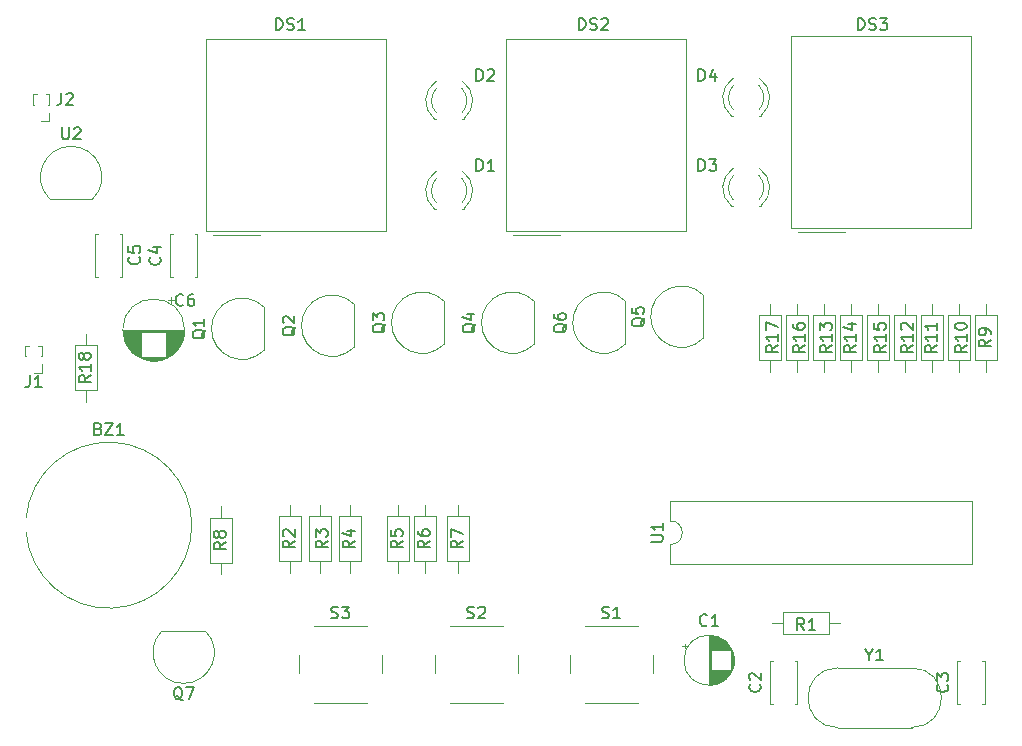
<source format=gbr>
%TF.GenerationSoftware,KiCad,Pcbnew,(7.0.0-0)*%
%TF.CreationDate,2023-02-25T23:33:50+02:00*%
%TF.ProjectId,ceas_8051,63656173-5f38-4303-9531-2e6b69636164,rev?*%
%TF.SameCoordinates,Original*%
%TF.FileFunction,Legend,Top*%
%TF.FilePolarity,Positive*%
%FSLAX46Y46*%
G04 Gerber Fmt 4.6, Leading zero omitted, Abs format (unit mm)*
G04 Created by KiCad (PCBNEW (7.0.0-0)) date 2023-02-25 23:33:50*
%MOMM*%
%LPD*%
G01*
G04 APERTURE LIST*
%ADD10C,0.150000*%
%ADD11C,0.120000*%
G04 APERTURE END LIST*
D10*
%TO.C,DS2*%
X82351714Y-24751380D02*
X82351714Y-23751380D01*
X82351714Y-23751380D02*
X82589809Y-23751380D01*
X82589809Y-23751380D02*
X82732666Y-23799000D01*
X82732666Y-23799000D02*
X82827904Y-23894238D01*
X82827904Y-23894238D02*
X82875523Y-23989476D01*
X82875523Y-23989476D02*
X82923142Y-24179952D01*
X82923142Y-24179952D02*
X82923142Y-24322809D01*
X82923142Y-24322809D02*
X82875523Y-24513285D01*
X82875523Y-24513285D02*
X82827904Y-24608523D01*
X82827904Y-24608523D02*
X82732666Y-24703761D01*
X82732666Y-24703761D02*
X82589809Y-24751380D01*
X82589809Y-24751380D02*
X82351714Y-24751380D01*
X83304095Y-24703761D02*
X83446952Y-24751380D01*
X83446952Y-24751380D02*
X83685047Y-24751380D01*
X83685047Y-24751380D02*
X83780285Y-24703761D01*
X83780285Y-24703761D02*
X83827904Y-24656142D01*
X83827904Y-24656142D02*
X83875523Y-24560904D01*
X83875523Y-24560904D02*
X83875523Y-24465666D01*
X83875523Y-24465666D02*
X83827904Y-24370428D01*
X83827904Y-24370428D02*
X83780285Y-24322809D01*
X83780285Y-24322809D02*
X83685047Y-24275190D01*
X83685047Y-24275190D02*
X83494571Y-24227571D01*
X83494571Y-24227571D02*
X83399333Y-24179952D01*
X83399333Y-24179952D02*
X83351714Y-24132333D01*
X83351714Y-24132333D02*
X83304095Y-24037095D01*
X83304095Y-24037095D02*
X83304095Y-23941857D01*
X83304095Y-23941857D02*
X83351714Y-23846619D01*
X83351714Y-23846619D02*
X83399333Y-23799000D01*
X83399333Y-23799000D02*
X83494571Y-23751380D01*
X83494571Y-23751380D02*
X83732666Y-23751380D01*
X83732666Y-23751380D02*
X83875523Y-23799000D01*
X84256476Y-23846619D02*
X84304095Y-23799000D01*
X84304095Y-23799000D02*
X84399333Y-23751380D01*
X84399333Y-23751380D02*
X84637428Y-23751380D01*
X84637428Y-23751380D02*
X84732666Y-23799000D01*
X84732666Y-23799000D02*
X84780285Y-23846619D01*
X84780285Y-23846619D02*
X84827904Y-23941857D01*
X84827904Y-23941857D02*
X84827904Y-24037095D01*
X84827904Y-24037095D02*
X84780285Y-24179952D01*
X84780285Y-24179952D02*
X84208857Y-24751380D01*
X84208857Y-24751380D02*
X84827904Y-24751380D01*
%TO.C,DS3*%
X105973714Y-24751380D02*
X105973714Y-23751380D01*
X105973714Y-23751380D02*
X106211809Y-23751380D01*
X106211809Y-23751380D02*
X106354666Y-23799000D01*
X106354666Y-23799000D02*
X106449904Y-23894238D01*
X106449904Y-23894238D02*
X106497523Y-23989476D01*
X106497523Y-23989476D02*
X106545142Y-24179952D01*
X106545142Y-24179952D02*
X106545142Y-24322809D01*
X106545142Y-24322809D02*
X106497523Y-24513285D01*
X106497523Y-24513285D02*
X106449904Y-24608523D01*
X106449904Y-24608523D02*
X106354666Y-24703761D01*
X106354666Y-24703761D02*
X106211809Y-24751380D01*
X106211809Y-24751380D02*
X105973714Y-24751380D01*
X106926095Y-24703761D02*
X107068952Y-24751380D01*
X107068952Y-24751380D02*
X107307047Y-24751380D01*
X107307047Y-24751380D02*
X107402285Y-24703761D01*
X107402285Y-24703761D02*
X107449904Y-24656142D01*
X107449904Y-24656142D02*
X107497523Y-24560904D01*
X107497523Y-24560904D02*
X107497523Y-24465666D01*
X107497523Y-24465666D02*
X107449904Y-24370428D01*
X107449904Y-24370428D02*
X107402285Y-24322809D01*
X107402285Y-24322809D02*
X107307047Y-24275190D01*
X107307047Y-24275190D02*
X107116571Y-24227571D01*
X107116571Y-24227571D02*
X107021333Y-24179952D01*
X107021333Y-24179952D02*
X106973714Y-24132333D01*
X106973714Y-24132333D02*
X106926095Y-24037095D01*
X106926095Y-24037095D02*
X106926095Y-23941857D01*
X106926095Y-23941857D02*
X106973714Y-23846619D01*
X106973714Y-23846619D02*
X107021333Y-23799000D01*
X107021333Y-23799000D02*
X107116571Y-23751380D01*
X107116571Y-23751380D02*
X107354666Y-23751380D01*
X107354666Y-23751380D02*
X107497523Y-23799000D01*
X107830857Y-23751380D02*
X108449904Y-23751380D01*
X108449904Y-23751380D02*
X108116571Y-24132333D01*
X108116571Y-24132333D02*
X108259428Y-24132333D01*
X108259428Y-24132333D02*
X108354666Y-24179952D01*
X108354666Y-24179952D02*
X108402285Y-24227571D01*
X108402285Y-24227571D02*
X108449904Y-24322809D01*
X108449904Y-24322809D02*
X108449904Y-24560904D01*
X108449904Y-24560904D02*
X108402285Y-24656142D01*
X108402285Y-24656142D02*
X108354666Y-24703761D01*
X108354666Y-24703761D02*
X108259428Y-24751380D01*
X108259428Y-24751380D02*
X107973714Y-24751380D01*
X107973714Y-24751380D02*
X107878476Y-24703761D01*
X107878476Y-24703761D02*
X107830857Y-24656142D01*
%TO.C,R14*%
X105777380Y-51442857D02*
X105301190Y-51776190D01*
X105777380Y-52014285D02*
X104777380Y-52014285D01*
X104777380Y-52014285D02*
X104777380Y-51633333D01*
X104777380Y-51633333D02*
X104825000Y-51538095D01*
X104825000Y-51538095D02*
X104872619Y-51490476D01*
X104872619Y-51490476D02*
X104967857Y-51442857D01*
X104967857Y-51442857D02*
X105110714Y-51442857D01*
X105110714Y-51442857D02*
X105205952Y-51490476D01*
X105205952Y-51490476D02*
X105253571Y-51538095D01*
X105253571Y-51538095D02*
X105301190Y-51633333D01*
X105301190Y-51633333D02*
X105301190Y-52014285D01*
X105777380Y-50490476D02*
X105777380Y-51061904D01*
X105777380Y-50776190D02*
X104777380Y-50776190D01*
X104777380Y-50776190D02*
X104920238Y-50871428D01*
X104920238Y-50871428D02*
X105015476Y-50966666D01*
X105015476Y-50966666D02*
X105063095Y-51061904D01*
X105110714Y-49633333D02*
X105777380Y-49633333D01*
X104729761Y-49871428D02*
X105444047Y-50109523D01*
X105444047Y-50109523D02*
X105444047Y-49490476D01*
%TO.C,D3*%
X92479905Y-36689380D02*
X92479905Y-35689380D01*
X92479905Y-35689380D02*
X92718000Y-35689380D01*
X92718000Y-35689380D02*
X92860857Y-35737000D01*
X92860857Y-35737000D02*
X92956095Y-35832238D01*
X92956095Y-35832238D02*
X93003714Y-35927476D01*
X93003714Y-35927476D02*
X93051333Y-36117952D01*
X93051333Y-36117952D02*
X93051333Y-36260809D01*
X93051333Y-36260809D02*
X93003714Y-36451285D01*
X93003714Y-36451285D02*
X92956095Y-36546523D01*
X92956095Y-36546523D02*
X92860857Y-36641761D01*
X92860857Y-36641761D02*
X92718000Y-36689380D01*
X92718000Y-36689380D02*
X92479905Y-36689380D01*
X93384667Y-35689380D02*
X94003714Y-35689380D01*
X94003714Y-35689380D02*
X93670381Y-36070333D01*
X93670381Y-36070333D02*
X93813238Y-36070333D01*
X93813238Y-36070333D02*
X93908476Y-36117952D01*
X93908476Y-36117952D02*
X93956095Y-36165571D01*
X93956095Y-36165571D02*
X94003714Y-36260809D01*
X94003714Y-36260809D02*
X94003714Y-36498904D01*
X94003714Y-36498904D02*
X93956095Y-36594142D01*
X93956095Y-36594142D02*
X93908476Y-36641761D01*
X93908476Y-36641761D02*
X93813238Y-36689380D01*
X93813238Y-36689380D02*
X93527524Y-36689380D01*
X93527524Y-36689380D02*
X93432286Y-36641761D01*
X93432286Y-36641761D02*
X93384667Y-36594142D01*
%TO.C,D2*%
X73683905Y-29069380D02*
X73683905Y-28069380D01*
X73683905Y-28069380D02*
X73922000Y-28069380D01*
X73922000Y-28069380D02*
X74064857Y-28117000D01*
X74064857Y-28117000D02*
X74160095Y-28212238D01*
X74160095Y-28212238D02*
X74207714Y-28307476D01*
X74207714Y-28307476D02*
X74255333Y-28497952D01*
X74255333Y-28497952D02*
X74255333Y-28640809D01*
X74255333Y-28640809D02*
X74207714Y-28831285D01*
X74207714Y-28831285D02*
X74160095Y-28926523D01*
X74160095Y-28926523D02*
X74064857Y-29021761D01*
X74064857Y-29021761D02*
X73922000Y-29069380D01*
X73922000Y-29069380D02*
X73683905Y-29069380D01*
X74636286Y-28164619D02*
X74683905Y-28117000D01*
X74683905Y-28117000D02*
X74779143Y-28069380D01*
X74779143Y-28069380D02*
X75017238Y-28069380D01*
X75017238Y-28069380D02*
X75112476Y-28117000D01*
X75112476Y-28117000D02*
X75160095Y-28164619D01*
X75160095Y-28164619D02*
X75207714Y-28259857D01*
X75207714Y-28259857D02*
X75207714Y-28355095D01*
X75207714Y-28355095D02*
X75160095Y-28497952D01*
X75160095Y-28497952D02*
X74588667Y-29069380D01*
X74588667Y-29069380D02*
X75207714Y-29069380D01*
%TO.C,D1*%
X73683905Y-36689380D02*
X73683905Y-35689380D01*
X73683905Y-35689380D02*
X73922000Y-35689380D01*
X73922000Y-35689380D02*
X74064857Y-35737000D01*
X74064857Y-35737000D02*
X74160095Y-35832238D01*
X74160095Y-35832238D02*
X74207714Y-35927476D01*
X74207714Y-35927476D02*
X74255333Y-36117952D01*
X74255333Y-36117952D02*
X74255333Y-36260809D01*
X74255333Y-36260809D02*
X74207714Y-36451285D01*
X74207714Y-36451285D02*
X74160095Y-36546523D01*
X74160095Y-36546523D02*
X74064857Y-36641761D01*
X74064857Y-36641761D02*
X73922000Y-36689380D01*
X73922000Y-36689380D02*
X73683905Y-36689380D01*
X75207714Y-36689380D02*
X74636286Y-36689380D01*
X74922000Y-36689380D02*
X74922000Y-35689380D01*
X74922000Y-35689380D02*
X74826762Y-35832238D01*
X74826762Y-35832238D02*
X74731524Y-35927476D01*
X74731524Y-35927476D02*
X74636286Y-35975095D01*
%TO.C,DS1*%
X56697714Y-24751380D02*
X56697714Y-23751380D01*
X56697714Y-23751380D02*
X56935809Y-23751380D01*
X56935809Y-23751380D02*
X57078666Y-23799000D01*
X57078666Y-23799000D02*
X57173904Y-23894238D01*
X57173904Y-23894238D02*
X57221523Y-23989476D01*
X57221523Y-23989476D02*
X57269142Y-24179952D01*
X57269142Y-24179952D02*
X57269142Y-24322809D01*
X57269142Y-24322809D02*
X57221523Y-24513285D01*
X57221523Y-24513285D02*
X57173904Y-24608523D01*
X57173904Y-24608523D02*
X57078666Y-24703761D01*
X57078666Y-24703761D02*
X56935809Y-24751380D01*
X56935809Y-24751380D02*
X56697714Y-24751380D01*
X57650095Y-24703761D02*
X57792952Y-24751380D01*
X57792952Y-24751380D02*
X58031047Y-24751380D01*
X58031047Y-24751380D02*
X58126285Y-24703761D01*
X58126285Y-24703761D02*
X58173904Y-24656142D01*
X58173904Y-24656142D02*
X58221523Y-24560904D01*
X58221523Y-24560904D02*
X58221523Y-24465666D01*
X58221523Y-24465666D02*
X58173904Y-24370428D01*
X58173904Y-24370428D02*
X58126285Y-24322809D01*
X58126285Y-24322809D02*
X58031047Y-24275190D01*
X58031047Y-24275190D02*
X57840571Y-24227571D01*
X57840571Y-24227571D02*
X57745333Y-24179952D01*
X57745333Y-24179952D02*
X57697714Y-24132333D01*
X57697714Y-24132333D02*
X57650095Y-24037095D01*
X57650095Y-24037095D02*
X57650095Y-23941857D01*
X57650095Y-23941857D02*
X57697714Y-23846619D01*
X57697714Y-23846619D02*
X57745333Y-23799000D01*
X57745333Y-23799000D02*
X57840571Y-23751380D01*
X57840571Y-23751380D02*
X58078666Y-23751380D01*
X58078666Y-23751380D02*
X58221523Y-23799000D01*
X59173904Y-24751380D02*
X58602476Y-24751380D01*
X58888190Y-24751380D02*
X58888190Y-23751380D01*
X58888190Y-23751380D02*
X58792952Y-23894238D01*
X58792952Y-23894238D02*
X58697714Y-23989476D01*
X58697714Y-23989476D02*
X58602476Y-24037095D01*
%TO.C,Q6*%
X81336619Y-49625238D02*
X81289000Y-49720476D01*
X81289000Y-49720476D02*
X81193761Y-49815714D01*
X81193761Y-49815714D02*
X81050904Y-49958571D01*
X81050904Y-49958571D02*
X81003285Y-50053809D01*
X81003285Y-50053809D02*
X81003285Y-50149047D01*
X81241380Y-50101428D02*
X81193761Y-50196666D01*
X81193761Y-50196666D02*
X81098523Y-50291904D01*
X81098523Y-50291904D02*
X80908047Y-50339523D01*
X80908047Y-50339523D02*
X80574714Y-50339523D01*
X80574714Y-50339523D02*
X80384238Y-50291904D01*
X80384238Y-50291904D02*
X80289000Y-50196666D01*
X80289000Y-50196666D02*
X80241380Y-50101428D01*
X80241380Y-50101428D02*
X80241380Y-49910952D01*
X80241380Y-49910952D02*
X80289000Y-49815714D01*
X80289000Y-49815714D02*
X80384238Y-49720476D01*
X80384238Y-49720476D02*
X80574714Y-49672857D01*
X80574714Y-49672857D02*
X80908047Y-49672857D01*
X80908047Y-49672857D02*
X81098523Y-49720476D01*
X81098523Y-49720476D02*
X81193761Y-49815714D01*
X81193761Y-49815714D02*
X81241380Y-49910952D01*
X81241380Y-49910952D02*
X81241380Y-50101428D01*
X80241380Y-48815714D02*
X80241380Y-49006190D01*
X80241380Y-49006190D02*
X80289000Y-49101428D01*
X80289000Y-49101428D02*
X80336619Y-49149047D01*
X80336619Y-49149047D02*
X80479476Y-49244285D01*
X80479476Y-49244285D02*
X80669952Y-49291904D01*
X80669952Y-49291904D02*
X81050904Y-49291904D01*
X81050904Y-49291904D02*
X81146142Y-49244285D01*
X81146142Y-49244285D02*
X81193761Y-49196666D01*
X81193761Y-49196666D02*
X81241380Y-49101428D01*
X81241380Y-49101428D02*
X81241380Y-48910952D01*
X81241380Y-48910952D02*
X81193761Y-48815714D01*
X81193761Y-48815714D02*
X81146142Y-48768095D01*
X81146142Y-48768095D02*
X81050904Y-48720476D01*
X81050904Y-48720476D02*
X80812809Y-48720476D01*
X80812809Y-48720476D02*
X80717571Y-48768095D01*
X80717571Y-48768095D02*
X80669952Y-48815714D01*
X80669952Y-48815714D02*
X80622333Y-48910952D01*
X80622333Y-48910952D02*
X80622333Y-49101428D01*
X80622333Y-49101428D02*
X80669952Y-49196666D01*
X80669952Y-49196666D02*
X80717571Y-49244285D01*
X80717571Y-49244285D02*
X80812809Y-49291904D01*
%TO.C,C1*%
X93205734Y-75127142D02*
X93158115Y-75174761D01*
X93158115Y-75174761D02*
X93015258Y-75222380D01*
X93015258Y-75222380D02*
X92920020Y-75222380D01*
X92920020Y-75222380D02*
X92777163Y-75174761D01*
X92777163Y-75174761D02*
X92681925Y-75079523D01*
X92681925Y-75079523D02*
X92634306Y-74984285D01*
X92634306Y-74984285D02*
X92586687Y-74793809D01*
X92586687Y-74793809D02*
X92586687Y-74650952D01*
X92586687Y-74650952D02*
X92634306Y-74460476D01*
X92634306Y-74460476D02*
X92681925Y-74365238D01*
X92681925Y-74365238D02*
X92777163Y-74270000D01*
X92777163Y-74270000D02*
X92920020Y-74222380D01*
X92920020Y-74222380D02*
X93015258Y-74222380D01*
X93015258Y-74222380D02*
X93158115Y-74270000D01*
X93158115Y-74270000D02*
X93205734Y-74317619D01*
X94158115Y-75222380D02*
X93586687Y-75222380D01*
X93872401Y-75222380D02*
X93872401Y-74222380D01*
X93872401Y-74222380D02*
X93777163Y-74365238D01*
X93777163Y-74365238D02*
X93681925Y-74460476D01*
X93681925Y-74460476D02*
X93586687Y-74508095D01*
%TO.C,Q3*%
X65992619Y-49625238D02*
X65945000Y-49720476D01*
X65945000Y-49720476D02*
X65849761Y-49815714D01*
X65849761Y-49815714D02*
X65706904Y-49958571D01*
X65706904Y-49958571D02*
X65659285Y-50053809D01*
X65659285Y-50053809D02*
X65659285Y-50149047D01*
X65897380Y-50101428D02*
X65849761Y-50196666D01*
X65849761Y-50196666D02*
X65754523Y-50291904D01*
X65754523Y-50291904D02*
X65564047Y-50339523D01*
X65564047Y-50339523D02*
X65230714Y-50339523D01*
X65230714Y-50339523D02*
X65040238Y-50291904D01*
X65040238Y-50291904D02*
X64945000Y-50196666D01*
X64945000Y-50196666D02*
X64897380Y-50101428D01*
X64897380Y-50101428D02*
X64897380Y-49910952D01*
X64897380Y-49910952D02*
X64945000Y-49815714D01*
X64945000Y-49815714D02*
X65040238Y-49720476D01*
X65040238Y-49720476D02*
X65230714Y-49672857D01*
X65230714Y-49672857D02*
X65564047Y-49672857D01*
X65564047Y-49672857D02*
X65754523Y-49720476D01*
X65754523Y-49720476D02*
X65849761Y-49815714D01*
X65849761Y-49815714D02*
X65897380Y-49910952D01*
X65897380Y-49910952D02*
X65897380Y-50101428D01*
X64897380Y-49339523D02*
X64897380Y-48720476D01*
X64897380Y-48720476D02*
X65278333Y-49053809D01*
X65278333Y-49053809D02*
X65278333Y-48910952D01*
X65278333Y-48910952D02*
X65325952Y-48815714D01*
X65325952Y-48815714D02*
X65373571Y-48768095D01*
X65373571Y-48768095D02*
X65468809Y-48720476D01*
X65468809Y-48720476D02*
X65706904Y-48720476D01*
X65706904Y-48720476D02*
X65802142Y-48768095D01*
X65802142Y-48768095D02*
X65849761Y-48815714D01*
X65849761Y-48815714D02*
X65897380Y-48910952D01*
X65897380Y-48910952D02*
X65897380Y-49196666D01*
X65897380Y-49196666D02*
X65849761Y-49291904D01*
X65849761Y-49291904D02*
X65802142Y-49339523D01*
%TO.C,R10*%
X115175380Y-51442857D02*
X114699190Y-51776190D01*
X115175380Y-52014285D02*
X114175380Y-52014285D01*
X114175380Y-52014285D02*
X114175380Y-51633333D01*
X114175380Y-51633333D02*
X114223000Y-51538095D01*
X114223000Y-51538095D02*
X114270619Y-51490476D01*
X114270619Y-51490476D02*
X114365857Y-51442857D01*
X114365857Y-51442857D02*
X114508714Y-51442857D01*
X114508714Y-51442857D02*
X114603952Y-51490476D01*
X114603952Y-51490476D02*
X114651571Y-51538095D01*
X114651571Y-51538095D02*
X114699190Y-51633333D01*
X114699190Y-51633333D02*
X114699190Y-52014285D01*
X115175380Y-50490476D02*
X115175380Y-51061904D01*
X115175380Y-50776190D02*
X114175380Y-50776190D01*
X114175380Y-50776190D02*
X114318238Y-50871428D01*
X114318238Y-50871428D02*
X114413476Y-50966666D01*
X114413476Y-50966666D02*
X114461095Y-51061904D01*
X114175380Y-49871428D02*
X114175380Y-49776190D01*
X114175380Y-49776190D02*
X114223000Y-49680952D01*
X114223000Y-49680952D02*
X114270619Y-49633333D01*
X114270619Y-49633333D02*
X114365857Y-49585714D01*
X114365857Y-49585714D02*
X114556333Y-49538095D01*
X114556333Y-49538095D02*
X114794428Y-49538095D01*
X114794428Y-49538095D02*
X114984904Y-49585714D01*
X114984904Y-49585714D02*
X115080142Y-49633333D01*
X115080142Y-49633333D02*
X115127761Y-49680952D01*
X115127761Y-49680952D02*
X115175380Y-49776190D01*
X115175380Y-49776190D02*
X115175380Y-49871428D01*
X115175380Y-49871428D02*
X115127761Y-49966666D01*
X115127761Y-49966666D02*
X115080142Y-50014285D01*
X115080142Y-50014285D02*
X114984904Y-50061904D01*
X114984904Y-50061904D02*
X114794428Y-50109523D01*
X114794428Y-50109523D02*
X114556333Y-50109523D01*
X114556333Y-50109523D02*
X114365857Y-50061904D01*
X114365857Y-50061904D02*
X114270619Y-50014285D01*
X114270619Y-50014285D02*
X114223000Y-49966666D01*
X114223000Y-49966666D02*
X114175380Y-49871428D01*
%TO.C,R15*%
X108317380Y-51442857D02*
X107841190Y-51776190D01*
X108317380Y-52014285D02*
X107317380Y-52014285D01*
X107317380Y-52014285D02*
X107317380Y-51633333D01*
X107317380Y-51633333D02*
X107365000Y-51538095D01*
X107365000Y-51538095D02*
X107412619Y-51490476D01*
X107412619Y-51490476D02*
X107507857Y-51442857D01*
X107507857Y-51442857D02*
X107650714Y-51442857D01*
X107650714Y-51442857D02*
X107745952Y-51490476D01*
X107745952Y-51490476D02*
X107793571Y-51538095D01*
X107793571Y-51538095D02*
X107841190Y-51633333D01*
X107841190Y-51633333D02*
X107841190Y-52014285D01*
X108317380Y-50490476D02*
X108317380Y-51061904D01*
X108317380Y-50776190D02*
X107317380Y-50776190D01*
X107317380Y-50776190D02*
X107460238Y-50871428D01*
X107460238Y-50871428D02*
X107555476Y-50966666D01*
X107555476Y-50966666D02*
X107603095Y-51061904D01*
X107317380Y-49585714D02*
X107317380Y-50061904D01*
X107317380Y-50061904D02*
X107793571Y-50109523D01*
X107793571Y-50109523D02*
X107745952Y-50061904D01*
X107745952Y-50061904D02*
X107698333Y-49966666D01*
X107698333Y-49966666D02*
X107698333Y-49728571D01*
X107698333Y-49728571D02*
X107745952Y-49633333D01*
X107745952Y-49633333D02*
X107793571Y-49585714D01*
X107793571Y-49585714D02*
X107888809Y-49538095D01*
X107888809Y-49538095D02*
X108126904Y-49538095D01*
X108126904Y-49538095D02*
X108222142Y-49585714D01*
X108222142Y-49585714D02*
X108269761Y-49633333D01*
X108269761Y-49633333D02*
X108317380Y-49728571D01*
X108317380Y-49728571D02*
X108317380Y-49966666D01*
X108317380Y-49966666D02*
X108269761Y-50061904D01*
X108269761Y-50061904D02*
X108222142Y-50109523D01*
%TO.C,R6*%
X69709380Y-67984666D02*
X69233190Y-68317999D01*
X69709380Y-68556094D02*
X68709380Y-68556094D01*
X68709380Y-68556094D02*
X68709380Y-68175142D01*
X68709380Y-68175142D02*
X68757000Y-68079904D01*
X68757000Y-68079904D02*
X68804619Y-68032285D01*
X68804619Y-68032285D02*
X68899857Y-67984666D01*
X68899857Y-67984666D02*
X69042714Y-67984666D01*
X69042714Y-67984666D02*
X69137952Y-68032285D01*
X69137952Y-68032285D02*
X69185571Y-68079904D01*
X69185571Y-68079904D02*
X69233190Y-68175142D01*
X69233190Y-68175142D02*
X69233190Y-68556094D01*
X68709380Y-67127523D02*
X68709380Y-67317999D01*
X68709380Y-67317999D02*
X68757000Y-67413237D01*
X68757000Y-67413237D02*
X68804619Y-67460856D01*
X68804619Y-67460856D02*
X68947476Y-67556094D01*
X68947476Y-67556094D02*
X69137952Y-67603713D01*
X69137952Y-67603713D02*
X69518904Y-67603713D01*
X69518904Y-67603713D02*
X69614142Y-67556094D01*
X69614142Y-67556094D02*
X69661761Y-67508475D01*
X69661761Y-67508475D02*
X69709380Y-67413237D01*
X69709380Y-67413237D02*
X69709380Y-67222761D01*
X69709380Y-67222761D02*
X69661761Y-67127523D01*
X69661761Y-67127523D02*
X69614142Y-67079904D01*
X69614142Y-67079904D02*
X69518904Y-67032285D01*
X69518904Y-67032285D02*
X69280809Y-67032285D01*
X69280809Y-67032285D02*
X69185571Y-67079904D01*
X69185571Y-67079904D02*
X69137952Y-67127523D01*
X69137952Y-67127523D02*
X69090333Y-67222761D01*
X69090333Y-67222761D02*
X69090333Y-67413237D01*
X69090333Y-67413237D02*
X69137952Y-67508475D01*
X69137952Y-67508475D02*
X69185571Y-67556094D01*
X69185571Y-67556094D02*
X69280809Y-67603713D01*
%TO.C,C5*%
X45117142Y-43981666D02*
X45164761Y-44029285D01*
X45164761Y-44029285D02*
X45212380Y-44172142D01*
X45212380Y-44172142D02*
X45212380Y-44267380D01*
X45212380Y-44267380D02*
X45164761Y-44410237D01*
X45164761Y-44410237D02*
X45069523Y-44505475D01*
X45069523Y-44505475D02*
X44974285Y-44553094D01*
X44974285Y-44553094D02*
X44783809Y-44600713D01*
X44783809Y-44600713D02*
X44640952Y-44600713D01*
X44640952Y-44600713D02*
X44450476Y-44553094D01*
X44450476Y-44553094D02*
X44355238Y-44505475D01*
X44355238Y-44505475D02*
X44260000Y-44410237D01*
X44260000Y-44410237D02*
X44212380Y-44267380D01*
X44212380Y-44267380D02*
X44212380Y-44172142D01*
X44212380Y-44172142D02*
X44260000Y-44029285D01*
X44260000Y-44029285D02*
X44307619Y-43981666D01*
X44212380Y-43076904D02*
X44212380Y-43553094D01*
X44212380Y-43553094D02*
X44688571Y-43600713D01*
X44688571Y-43600713D02*
X44640952Y-43553094D01*
X44640952Y-43553094D02*
X44593333Y-43457856D01*
X44593333Y-43457856D02*
X44593333Y-43219761D01*
X44593333Y-43219761D02*
X44640952Y-43124523D01*
X44640952Y-43124523D02*
X44688571Y-43076904D01*
X44688571Y-43076904D02*
X44783809Y-43029285D01*
X44783809Y-43029285D02*
X45021904Y-43029285D01*
X45021904Y-43029285D02*
X45117142Y-43076904D01*
X45117142Y-43076904D02*
X45164761Y-43124523D01*
X45164761Y-43124523D02*
X45212380Y-43219761D01*
X45212380Y-43219761D02*
X45212380Y-43457856D01*
X45212380Y-43457856D02*
X45164761Y-43553094D01*
X45164761Y-43553094D02*
X45117142Y-43600713D01*
%TO.C,Q2*%
X58370619Y-49879238D02*
X58323000Y-49974476D01*
X58323000Y-49974476D02*
X58227761Y-50069714D01*
X58227761Y-50069714D02*
X58084904Y-50212571D01*
X58084904Y-50212571D02*
X58037285Y-50307809D01*
X58037285Y-50307809D02*
X58037285Y-50403047D01*
X58275380Y-50355428D02*
X58227761Y-50450666D01*
X58227761Y-50450666D02*
X58132523Y-50545904D01*
X58132523Y-50545904D02*
X57942047Y-50593523D01*
X57942047Y-50593523D02*
X57608714Y-50593523D01*
X57608714Y-50593523D02*
X57418238Y-50545904D01*
X57418238Y-50545904D02*
X57323000Y-50450666D01*
X57323000Y-50450666D02*
X57275380Y-50355428D01*
X57275380Y-50355428D02*
X57275380Y-50164952D01*
X57275380Y-50164952D02*
X57323000Y-50069714D01*
X57323000Y-50069714D02*
X57418238Y-49974476D01*
X57418238Y-49974476D02*
X57608714Y-49926857D01*
X57608714Y-49926857D02*
X57942047Y-49926857D01*
X57942047Y-49926857D02*
X58132523Y-49974476D01*
X58132523Y-49974476D02*
X58227761Y-50069714D01*
X58227761Y-50069714D02*
X58275380Y-50164952D01*
X58275380Y-50164952D02*
X58275380Y-50355428D01*
X57370619Y-49545904D02*
X57323000Y-49498285D01*
X57323000Y-49498285D02*
X57275380Y-49403047D01*
X57275380Y-49403047D02*
X57275380Y-49164952D01*
X57275380Y-49164952D02*
X57323000Y-49069714D01*
X57323000Y-49069714D02*
X57370619Y-49022095D01*
X57370619Y-49022095D02*
X57465857Y-48974476D01*
X57465857Y-48974476D02*
X57561095Y-48974476D01*
X57561095Y-48974476D02*
X57703952Y-49022095D01*
X57703952Y-49022095D02*
X58275380Y-49593523D01*
X58275380Y-49593523D02*
X58275380Y-48974476D01*
%TO.C,C3*%
X113542142Y-80176666D02*
X113589761Y-80224285D01*
X113589761Y-80224285D02*
X113637380Y-80367142D01*
X113637380Y-80367142D02*
X113637380Y-80462380D01*
X113637380Y-80462380D02*
X113589761Y-80605237D01*
X113589761Y-80605237D02*
X113494523Y-80700475D01*
X113494523Y-80700475D02*
X113399285Y-80748094D01*
X113399285Y-80748094D02*
X113208809Y-80795713D01*
X113208809Y-80795713D02*
X113065952Y-80795713D01*
X113065952Y-80795713D02*
X112875476Y-80748094D01*
X112875476Y-80748094D02*
X112780238Y-80700475D01*
X112780238Y-80700475D02*
X112685000Y-80605237D01*
X112685000Y-80605237D02*
X112637380Y-80462380D01*
X112637380Y-80462380D02*
X112637380Y-80367142D01*
X112637380Y-80367142D02*
X112685000Y-80224285D01*
X112685000Y-80224285D02*
X112732619Y-80176666D01*
X112637380Y-79843332D02*
X112637380Y-79224285D01*
X112637380Y-79224285D02*
X113018333Y-79557618D01*
X113018333Y-79557618D02*
X113018333Y-79414761D01*
X113018333Y-79414761D02*
X113065952Y-79319523D01*
X113065952Y-79319523D02*
X113113571Y-79271904D01*
X113113571Y-79271904D02*
X113208809Y-79224285D01*
X113208809Y-79224285D02*
X113446904Y-79224285D01*
X113446904Y-79224285D02*
X113542142Y-79271904D01*
X113542142Y-79271904D02*
X113589761Y-79319523D01*
X113589761Y-79319523D02*
X113637380Y-79414761D01*
X113637380Y-79414761D02*
X113637380Y-79700475D01*
X113637380Y-79700475D02*
X113589761Y-79795713D01*
X113589761Y-79795713D02*
X113542142Y-79843332D01*
%TO.C,R5*%
X67423380Y-67984666D02*
X66947190Y-68317999D01*
X67423380Y-68556094D02*
X66423380Y-68556094D01*
X66423380Y-68556094D02*
X66423380Y-68175142D01*
X66423380Y-68175142D02*
X66471000Y-68079904D01*
X66471000Y-68079904D02*
X66518619Y-68032285D01*
X66518619Y-68032285D02*
X66613857Y-67984666D01*
X66613857Y-67984666D02*
X66756714Y-67984666D01*
X66756714Y-67984666D02*
X66851952Y-68032285D01*
X66851952Y-68032285D02*
X66899571Y-68079904D01*
X66899571Y-68079904D02*
X66947190Y-68175142D01*
X66947190Y-68175142D02*
X66947190Y-68556094D01*
X66423380Y-67079904D02*
X66423380Y-67556094D01*
X66423380Y-67556094D02*
X66899571Y-67603713D01*
X66899571Y-67603713D02*
X66851952Y-67556094D01*
X66851952Y-67556094D02*
X66804333Y-67460856D01*
X66804333Y-67460856D02*
X66804333Y-67222761D01*
X66804333Y-67222761D02*
X66851952Y-67127523D01*
X66851952Y-67127523D02*
X66899571Y-67079904D01*
X66899571Y-67079904D02*
X66994809Y-67032285D01*
X66994809Y-67032285D02*
X67232904Y-67032285D01*
X67232904Y-67032285D02*
X67328142Y-67079904D01*
X67328142Y-67079904D02*
X67375761Y-67127523D01*
X67375761Y-67127523D02*
X67423380Y-67222761D01*
X67423380Y-67222761D02*
X67423380Y-67460856D01*
X67423380Y-67460856D02*
X67375761Y-67556094D01*
X67375761Y-67556094D02*
X67328142Y-67603713D01*
%TO.C,D4*%
X92479905Y-29069380D02*
X92479905Y-28069380D01*
X92479905Y-28069380D02*
X92718000Y-28069380D01*
X92718000Y-28069380D02*
X92860857Y-28117000D01*
X92860857Y-28117000D02*
X92956095Y-28212238D01*
X92956095Y-28212238D02*
X93003714Y-28307476D01*
X93003714Y-28307476D02*
X93051333Y-28497952D01*
X93051333Y-28497952D02*
X93051333Y-28640809D01*
X93051333Y-28640809D02*
X93003714Y-28831285D01*
X93003714Y-28831285D02*
X92956095Y-28926523D01*
X92956095Y-28926523D02*
X92860857Y-29021761D01*
X92860857Y-29021761D02*
X92718000Y-29069380D01*
X92718000Y-29069380D02*
X92479905Y-29069380D01*
X93908476Y-28402714D02*
X93908476Y-29069380D01*
X93670381Y-28021761D02*
X93432286Y-28736047D01*
X93432286Y-28736047D02*
X94051333Y-28736047D01*
%TO.C,BZ1*%
X41674047Y-58518571D02*
X41816904Y-58566190D01*
X41816904Y-58566190D02*
X41864523Y-58613809D01*
X41864523Y-58613809D02*
X41912142Y-58709047D01*
X41912142Y-58709047D02*
X41912142Y-58851904D01*
X41912142Y-58851904D02*
X41864523Y-58947142D01*
X41864523Y-58947142D02*
X41816904Y-58994761D01*
X41816904Y-58994761D02*
X41721666Y-59042380D01*
X41721666Y-59042380D02*
X41340714Y-59042380D01*
X41340714Y-59042380D02*
X41340714Y-58042380D01*
X41340714Y-58042380D02*
X41674047Y-58042380D01*
X41674047Y-58042380D02*
X41769285Y-58090000D01*
X41769285Y-58090000D02*
X41816904Y-58137619D01*
X41816904Y-58137619D02*
X41864523Y-58232857D01*
X41864523Y-58232857D02*
X41864523Y-58328095D01*
X41864523Y-58328095D02*
X41816904Y-58423333D01*
X41816904Y-58423333D02*
X41769285Y-58470952D01*
X41769285Y-58470952D02*
X41674047Y-58518571D01*
X41674047Y-58518571D02*
X41340714Y-58518571D01*
X42245476Y-58042380D02*
X42912142Y-58042380D01*
X42912142Y-58042380D02*
X42245476Y-59042380D01*
X42245476Y-59042380D02*
X42912142Y-59042380D01*
X43816904Y-59042380D02*
X43245476Y-59042380D01*
X43531190Y-59042380D02*
X43531190Y-58042380D01*
X43531190Y-58042380D02*
X43435952Y-58185238D01*
X43435952Y-58185238D02*
X43340714Y-58280476D01*
X43340714Y-58280476D02*
X43245476Y-58328095D01*
%TO.C,C4*%
X46867142Y-44001666D02*
X46914761Y-44049285D01*
X46914761Y-44049285D02*
X46962380Y-44192142D01*
X46962380Y-44192142D02*
X46962380Y-44287380D01*
X46962380Y-44287380D02*
X46914761Y-44430237D01*
X46914761Y-44430237D02*
X46819523Y-44525475D01*
X46819523Y-44525475D02*
X46724285Y-44573094D01*
X46724285Y-44573094D02*
X46533809Y-44620713D01*
X46533809Y-44620713D02*
X46390952Y-44620713D01*
X46390952Y-44620713D02*
X46200476Y-44573094D01*
X46200476Y-44573094D02*
X46105238Y-44525475D01*
X46105238Y-44525475D02*
X46010000Y-44430237D01*
X46010000Y-44430237D02*
X45962380Y-44287380D01*
X45962380Y-44287380D02*
X45962380Y-44192142D01*
X45962380Y-44192142D02*
X46010000Y-44049285D01*
X46010000Y-44049285D02*
X46057619Y-44001666D01*
X46295714Y-43144523D02*
X46962380Y-43144523D01*
X45914761Y-43382618D02*
X46629047Y-43620713D01*
X46629047Y-43620713D02*
X46629047Y-43001666D01*
%TO.C,Q5*%
X87940619Y-49117238D02*
X87893000Y-49212476D01*
X87893000Y-49212476D02*
X87797761Y-49307714D01*
X87797761Y-49307714D02*
X87654904Y-49450571D01*
X87654904Y-49450571D02*
X87607285Y-49545809D01*
X87607285Y-49545809D02*
X87607285Y-49641047D01*
X87845380Y-49593428D02*
X87797761Y-49688666D01*
X87797761Y-49688666D02*
X87702523Y-49783904D01*
X87702523Y-49783904D02*
X87512047Y-49831523D01*
X87512047Y-49831523D02*
X87178714Y-49831523D01*
X87178714Y-49831523D02*
X86988238Y-49783904D01*
X86988238Y-49783904D02*
X86893000Y-49688666D01*
X86893000Y-49688666D02*
X86845380Y-49593428D01*
X86845380Y-49593428D02*
X86845380Y-49402952D01*
X86845380Y-49402952D02*
X86893000Y-49307714D01*
X86893000Y-49307714D02*
X86988238Y-49212476D01*
X86988238Y-49212476D02*
X87178714Y-49164857D01*
X87178714Y-49164857D02*
X87512047Y-49164857D01*
X87512047Y-49164857D02*
X87702523Y-49212476D01*
X87702523Y-49212476D02*
X87797761Y-49307714D01*
X87797761Y-49307714D02*
X87845380Y-49402952D01*
X87845380Y-49402952D02*
X87845380Y-49593428D01*
X86845380Y-48260095D02*
X86845380Y-48736285D01*
X86845380Y-48736285D02*
X87321571Y-48783904D01*
X87321571Y-48783904D02*
X87273952Y-48736285D01*
X87273952Y-48736285D02*
X87226333Y-48641047D01*
X87226333Y-48641047D02*
X87226333Y-48402952D01*
X87226333Y-48402952D02*
X87273952Y-48307714D01*
X87273952Y-48307714D02*
X87321571Y-48260095D01*
X87321571Y-48260095D02*
X87416809Y-48212476D01*
X87416809Y-48212476D02*
X87654904Y-48212476D01*
X87654904Y-48212476D02*
X87750142Y-48260095D01*
X87750142Y-48260095D02*
X87797761Y-48307714D01*
X87797761Y-48307714D02*
X87845380Y-48402952D01*
X87845380Y-48402952D02*
X87845380Y-48641047D01*
X87845380Y-48641047D02*
X87797761Y-48736285D01*
X87797761Y-48736285D02*
X87750142Y-48783904D01*
%TO.C,J2*%
X38528666Y-30101380D02*
X38528666Y-30815666D01*
X38528666Y-30815666D02*
X38481047Y-30958523D01*
X38481047Y-30958523D02*
X38385809Y-31053761D01*
X38385809Y-31053761D02*
X38242952Y-31101380D01*
X38242952Y-31101380D02*
X38147714Y-31101380D01*
X38957238Y-30196619D02*
X39004857Y-30149000D01*
X39004857Y-30149000D02*
X39100095Y-30101380D01*
X39100095Y-30101380D02*
X39338190Y-30101380D01*
X39338190Y-30101380D02*
X39433428Y-30149000D01*
X39433428Y-30149000D02*
X39481047Y-30196619D01*
X39481047Y-30196619D02*
X39528666Y-30291857D01*
X39528666Y-30291857D02*
X39528666Y-30387095D01*
X39528666Y-30387095D02*
X39481047Y-30529952D01*
X39481047Y-30529952D02*
X38909619Y-31101380D01*
X38909619Y-31101380D02*
X39528666Y-31101380D01*
%TO.C,Q7*%
X48799761Y-81492619D02*
X48704523Y-81445000D01*
X48704523Y-81445000D02*
X48609285Y-81349761D01*
X48609285Y-81349761D02*
X48466428Y-81206904D01*
X48466428Y-81206904D02*
X48371190Y-81159285D01*
X48371190Y-81159285D02*
X48275952Y-81159285D01*
X48323571Y-81397380D02*
X48228333Y-81349761D01*
X48228333Y-81349761D02*
X48133095Y-81254523D01*
X48133095Y-81254523D02*
X48085476Y-81064047D01*
X48085476Y-81064047D02*
X48085476Y-80730714D01*
X48085476Y-80730714D02*
X48133095Y-80540238D01*
X48133095Y-80540238D02*
X48228333Y-80445000D01*
X48228333Y-80445000D02*
X48323571Y-80397380D01*
X48323571Y-80397380D02*
X48514047Y-80397380D01*
X48514047Y-80397380D02*
X48609285Y-80445000D01*
X48609285Y-80445000D02*
X48704523Y-80540238D01*
X48704523Y-80540238D02*
X48752142Y-80730714D01*
X48752142Y-80730714D02*
X48752142Y-81064047D01*
X48752142Y-81064047D02*
X48704523Y-81254523D01*
X48704523Y-81254523D02*
X48609285Y-81349761D01*
X48609285Y-81349761D02*
X48514047Y-81397380D01*
X48514047Y-81397380D02*
X48323571Y-81397380D01*
X49085476Y-80397380D02*
X49752142Y-80397380D01*
X49752142Y-80397380D02*
X49323571Y-81397380D01*
%TO.C,Q1*%
X50750619Y-50133238D02*
X50703000Y-50228476D01*
X50703000Y-50228476D02*
X50607761Y-50323714D01*
X50607761Y-50323714D02*
X50464904Y-50466571D01*
X50464904Y-50466571D02*
X50417285Y-50561809D01*
X50417285Y-50561809D02*
X50417285Y-50657047D01*
X50655380Y-50609428D02*
X50607761Y-50704666D01*
X50607761Y-50704666D02*
X50512523Y-50799904D01*
X50512523Y-50799904D02*
X50322047Y-50847523D01*
X50322047Y-50847523D02*
X49988714Y-50847523D01*
X49988714Y-50847523D02*
X49798238Y-50799904D01*
X49798238Y-50799904D02*
X49703000Y-50704666D01*
X49703000Y-50704666D02*
X49655380Y-50609428D01*
X49655380Y-50609428D02*
X49655380Y-50418952D01*
X49655380Y-50418952D02*
X49703000Y-50323714D01*
X49703000Y-50323714D02*
X49798238Y-50228476D01*
X49798238Y-50228476D02*
X49988714Y-50180857D01*
X49988714Y-50180857D02*
X50322047Y-50180857D01*
X50322047Y-50180857D02*
X50512523Y-50228476D01*
X50512523Y-50228476D02*
X50607761Y-50323714D01*
X50607761Y-50323714D02*
X50655380Y-50418952D01*
X50655380Y-50418952D02*
X50655380Y-50609428D01*
X50655380Y-49228476D02*
X50655380Y-49799904D01*
X50655380Y-49514190D02*
X49655380Y-49514190D01*
X49655380Y-49514190D02*
X49798238Y-49609428D01*
X49798238Y-49609428D02*
X49893476Y-49704666D01*
X49893476Y-49704666D02*
X49941095Y-49799904D01*
%TO.C,R11*%
X112635380Y-51442857D02*
X112159190Y-51776190D01*
X112635380Y-52014285D02*
X111635380Y-52014285D01*
X111635380Y-52014285D02*
X111635380Y-51633333D01*
X111635380Y-51633333D02*
X111683000Y-51538095D01*
X111683000Y-51538095D02*
X111730619Y-51490476D01*
X111730619Y-51490476D02*
X111825857Y-51442857D01*
X111825857Y-51442857D02*
X111968714Y-51442857D01*
X111968714Y-51442857D02*
X112063952Y-51490476D01*
X112063952Y-51490476D02*
X112111571Y-51538095D01*
X112111571Y-51538095D02*
X112159190Y-51633333D01*
X112159190Y-51633333D02*
X112159190Y-52014285D01*
X112635380Y-50490476D02*
X112635380Y-51061904D01*
X112635380Y-50776190D02*
X111635380Y-50776190D01*
X111635380Y-50776190D02*
X111778238Y-50871428D01*
X111778238Y-50871428D02*
X111873476Y-50966666D01*
X111873476Y-50966666D02*
X111921095Y-51061904D01*
X112635380Y-49538095D02*
X112635380Y-50109523D01*
X112635380Y-49823809D02*
X111635380Y-49823809D01*
X111635380Y-49823809D02*
X111778238Y-49919047D01*
X111778238Y-49919047D02*
X111873476Y-50014285D01*
X111873476Y-50014285D02*
X111921095Y-50109523D01*
%TO.C,J1*%
X35861666Y-53997380D02*
X35861666Y-54711666D01*
X35861666Y-54711666D02*
X35814047Y-54854523D01*
X35814047Y-54854523D02*
X35718809Y-54949761D01*
X35718809Y-54949761D02*
X35575952Y-54997380D01*
X35575952Y-54997380D02*
X35480714Y-54997380D01*
X36861666Y-54997380D02*
X36290238Y-54997380D01*
X36575952Y-54997380D02*
X36575952Y-53997380D01*
X36575952Y-53997380D02*
X36480714Y-54140238D01*
X36480714Y-54140238D02*
X36385476Y-54235476D01*
X36385476Y-54235476D02*
X36290238Y-54283095D01*
%TO.C,R1*%
X101433333Y-75551380D02*
X101100000Y-75075190D01*
X100861905Y-75551380D02*
X100861905Y-74551380D01*
X100861905Y-74551380D02*
X101242857Y-74551380D01*
X101242857Y-74551380D02*
X101338095Y-74599000D01*
X101338095Y-74599000D02*
X101385714Y-74646619D01*
X101385714Y-74646619D02*
X101433333Y-74741857D01*
X101433333Y-74741857D02*
X101433333Y-74884714D01*
X101433333Y-74884714D02*
X101385714Y-74979952D01*
X101385714Y-74979952D02*
X101338095Y-75027571D01*
X101338095Y-75027571D02*
X101242857Y-75075190D01*
X101242857Y-75075190D02*
X100861905Y-75075190D01*
X102385714Y-75551380D02*
X101814286Y-75551380D01*
X102100000Y-75551380D02*
X102100000Y-74551380D01*
X102100000Y-74551380D02*
X102004762Y-74694238D01*
X102004762Y-74694238D02*
X101909524Y-74789476D01*
X101909524Y-74789476D02*
X101814286Y-74837095D01*
%TO.C,U1*%
X88477380Y-68071904D02*
X89286904Y-68071904D01*
X89286904Y-68071904D02*
X89382142Y-68024285D01*
X89382142Y-68024285D02*
X89429761Y-67976666D01*
X89429761Y-67976666D02*
X89477380Y-67881428D01*
X89477380Y-67881428D02*
X89477380Y-67690952D01*
X89477380Y-67690952D02*
X89429761Y-67595714D01*
X89429761Y-67595714D02*
X89382142Y-67548095D01*
X89382142Y-67548095D02*
X89286904Y-67500476D01*
X89286904Y-67500476D02*
X88477380Y-67500476D01*
X89477380Y-66500476D02*
X89477380Y-67071904D01*
X89477380Y-66786190D02*
X88477380Y-66786190D01*
X88477380Y-66786190D02*
X88620238Y-66881428D01*
X88620238Y-66881428D02*
X88715476Y-66976666D01*
X88715476Y-66976666D02*
X88763095Y-67071904D01*
%TO.C,Q4*%
X73612619Y-49625238D02*
X73565000Y-49720476D01*
X73565000Y-49720476D02*
X73469761Y-49815714D01*
X73469761Y-49815714D02*
X73326904Y-49958571D01*
X73326904Y-49958571D02*
X73279285Y-50053809D01*
X73279285Y-50053809D02*
X73279285Y-50149047D01*
X73517380Y-50101428D02*
X73469761Y-50196666D01*
X73469761Y-50196666D02*
X73374523Y-50291904D01*
X73374523Y-50291904D02*
X73184047Y-50339523D01*
X73184047Y-50339523D02*
X72850714Y-50339523D01*
X72850714Y-50339523D02*
X72660238Y-50291904D01*
X72660238Y-50291904D02*
X72565000Y-50196666D01*
X72565000Y-50196666D02*
X72517380Y-50101428D01*
X72517380Y-50101428D02*
X72517380Y-49910952D01*
X72517380Y-49910952D02*
X72565000Y-49815714D01*
X72565000Y-49815714D02*
X72660238Y-49720476D01*
X72660238Y-49720476D02*
X72850714Y-49672857D01*
X72850714Y-49672857D02*
X73184047Y-49672857D01*
X73184047Y-49672857D02*
X73374523Y-49720476D01*
X73374523Y-49720476D02*
X73469761Y-49815714D01*
X73469761Y-49815714D02*
X73517380Y-49910952D01*
X73517380Y-49910952D02*
X73517380Y-50101428D01*
X72850714Y-48815714D02*
X73517380Y-48815714D01*
X72469761Y-49053809D02*
X73184047Y-49291904D01*
X73184047Y-49291904D02*
X73184047Y-48672857D01*
%TO.C,R7*%
X72503380Y-67984666D02*
X72027190Y-68317999D01*
X72503380Y-68556094D02*
X71503380Y-68556094D01*
X71503380Y-68556094D02*
X71503380Y-68175142D01*
X71503380Y-68175142D02*
X71551000Y-68079904D01*
X71551000Y-68079904D02*
X71598619Y-68032285D01*
X71598619Y-68032285D02*
X71693857Y-67984666D01*
X71693857Y-67984666D02*
X71836714Y-67984666D01*
X71836714Y-67984666D02*
X71931952Y-68032285D01*
X71931952Y-68032285D02*
X71979571Y-68079904D01*
X71979571Y-68079904D02*
X72027190Y-68175142D01*
X72027190Y-68175142D02*
X72027190Y-68556094D01*
X71503380Y-67651332D02*
X71503380Y-66984666D01*
X71503380Y-66984666D02*
X72503380Y-67413237D01*
%TO.C,R4*%
X63359380Y-67984666D02*
X62883190Y-68317999D01*
X63359380Y-68556094D02*
X62359380Y-68556094D01*
X62359380Y-68556094D02*
X62359380Y-68175142D01*
X62359380Y-68175142D02*
X62407000Y-68079904D01*
X62407000Y-68079904D02*
X62454619Y-68032285D01*
X62454619Y-68032285D02*
X62549857Y-67984666D01*
X62549857Y-67984666D02*
X62692714Y-67984666D01*
X62692714Y-67984666D02*
X62787952Y-68032285D01*
X62787952Y-68032285D02*
X62835571Y-68079904D01*
X62835571Y-68079904D02*
X62883190Y-68175142D01*
X62883190Y-68175142D02*
X62883190Y-68556094D01*
X62692714Y-67127523D02*
X63359380Y-67127523D01*
X62311761Y-67365618D02*
X63026047Y-67603713D01*
X63026047Y-67603713D02*
X63026047Y-66984666D01*
%TO.C,R3*%
X61073380Y-67984666D02*
X60597190Y-68317999D01*
X61073380Y-68556094D02*
X60073380Y-68556094D01*
X60073380Y-68556094D02*
X60073380Y-68175142D01*
X60073380Y-68175142D02*
X60121000Y-68079904D01*
X60121000Y-68079904D02*
X60168619Y-68032285D01*
X60168619Y-68032285D02*
X60263857Y-67984666D01*
X60263857Y-67984666D02*
X60406714Y-67984666D01*
X60406714Y-67984666D02*
X60501952Y-68032285D01*
X60501952Y-68032285D02*
X60549571Y-68079904D01*
X60549571Y-68079904D02*
X60597190Y-68175142D01*
X60597190Y-68175142D02*
X60597190Y-68556094D01*
X60073380Y-67651332D02*
X60073380Y-67032285D01*
X60073380Y-67032285D02*
X60454333Y-67365618D01*
X60454333Y-67365618D02*
X60454333Y-67222761D01*
X60454333Y-67222761D02*
X60501952Y-67127523D01*
X60501952Y-67127523D02*
X60549571Y-67079904D01*
X60549571Y-67079904D02*
X60644809Y-67032285D01*
X60644809Y-67032285D02*
X60882904Y-67032285D01*
X60882904Y-67032285D02*
X60978142Y-67079904D01*
X60978142Y-67079904D02*
X61025761Y-67127523D01*
X61025761Y-67127523D02*
X61073380Y-67222761D01*
X61073380Y-67222761D02*
X61073380Y-67508475D01*
X61073380Y-67508475D02*
X61025761Y-67603713D01*
X61025761Y-67603713D02*
X60978142Y-67651332D01*
%TO.C,R13*%
X103745380Y-51442857D02*
X103269190Y-51776190D01*
X103745380Y-52014285D02*
X102745380Y-52014285D01*
X102745380Y-52014285D02*
X102745380Y-51633333D01*
X102745380Y-51633333D02*
X102793000Y-51538095D01*
X102793000Y-51538095D02*
X102840619Y-51490476D01*
X102840619Y-51490476D02*
X102935857Y-51442857D01*
X102935857Y-51442857D02*
X103078714Y-51442857D01*
X103078714Y-51442857D02*
X103173952Y-51490476D01*
X103173952Y-51490476D02*
X103221571Y-51538095D01*
X103221571Y-51538095D02*
X103269190Y-51633333D01*
X103269190Y-51633333D02*
X103269190Y-52014285D01*
X103745380Y-50490476D02*
X103745380Y-51061904D01*
X103745380Y-50776190D02*
X102745380Y-50776190D01*
X102745380Y-50776190D02*
X102888238Y-50871428D01*
X102888238Y-50871428D02*
X102983476Y-50966666D01*
X102983476Y-50966666D02*
X103031095Y-51061904D01*
X102745380Y-50157142D02*
X102745380Y-49538095D01*
X102745380Y-49538095D02*
X103126333Y-49871428D01*
X103126333Y-49871428D02*
X103126333Y-49728571D01*
X103126333Y-49728571D02*
X103173952Y-49633333D01*
X103173952Y-49633333D02*
X103221571Y-49585714D01*
X103221571Y-49585714D02*
X103316809Y-49538095D01*
X103316809Y-49538095D02*
X103554904Y-49538095D01*
X103554904Y-49538095D02*
X103650142Y-49585714D01*
X103650142Y-49585714D02*
X103697761Y-49633333D01*
X103697761Y-49633333D02*
X103745380Y-49728571D01*
X103745380Y-49728571D02*
X103745380Y-50014285D01*
X103745380Y-50014285D02*
X103697761Y-50109523D01*
X103697761Y-50109523D02*
X103650142Y-50157142D01*
%TO.C,C2*%
X97667142Y-80156666D02*
X97714761Y-80204285D01*
X97714761Y-80204285D02*
X97762380Y-80347142D01*
X97762380Y-80347142D02*
X97762380Y-80442380D01*
X97762380Y-80442380D02*
X97714761Y-80585237D01*
X97714761Y-80585237D02*
X97619523Y-80680475D01*
X97619523Y-80680475D02*
X97524285Y-80728094D01*
X97524285Y-80728094D02*
X97333809Y-80775713D01*
X97333809Y-80775713D02*
X97190952Y-80775713D01*
X97190952Y-80775713D02*
X97000476Y-80728094D01*
X97000476Y-80728094D02*
X96905238Y-80680475D01*
X96905238Y-80680475D02*
X96810000Y-80585237D01*
X96810000Y-80585237D02*
X96762380Y-80442380D01*
X96762380Y-80442380D02*
X96762380Y-80347142D01*
X96762380Y-80347142D02*
X96810000Y-80204285D01*
X96810000Y-80204285D02*
X96857619Y-80156666D01*
X96857619Y-79775713D02*
X96810000Y-79728094D01*
X96810000Y-79728094D02*
X96762380Y-79632856D01*
X96762380Y-79632856D02*
X96762380Y-79394761D01*
X96762380Y-79394761D02*
X96810000Y-79299523D01*
X96810000Y-79299523D02*
X96857619Y-79251904D01*
X96857619Y-79251904D02*
X96952857Y-79204285D01*
X96952857Y-79204285D02*
X97048095Y-79204285D01*
X97048095Y-79204285D02*
X97190952Y-79251904D01*
X97190952Y-79251904D02*
X97762380Y-79823332D01*
X97762380Y-79823332D02*
X97762380Y-79204285D01*
%TO.C,C6*%
X48855333Y-48024142D02*
X48807714Y-48071761D01*
X48807714Y-48071761D02*
X48664857Y-48119380D01*
X48664857Y-48119380D02*
X48569619Y-48119380D01*
X48569619Y-48119380D02*
X48426762Y-48071761D01*
X48426762Y-48071761D02*
X48331524Y-47976523D01*
X48331524Y-47976523D02*
X48283905Y-47881285D01*
X48283905Y-47881285D02*
X48236286Y-47690809D01*
X48236286Y-47690809D02*
X48236286Y-47547952D01*
X48236286Y-47547952D02*
X48283905Y-47357476D01*
X48283905Y-47357476D02*
X48331524Y-47262238D01*
X48331524Y-47262238D02*
X48426762Y-47167000D01*
X48426762Y-47167000D02*
X48569619Y-47119380D01*
X48569619Y-47119380D02*
X48664857Y-47119380D01*
X48664857Y-47119380D02*
X48807714Y-47167000D01*
X48807714Y-47167000D02*
X48855333Y-47214619D01*
X49712476Y-47119380D02*
X49522000Y-47119380D01*
X49522000Y-47119380D02*
X49426762Y-47167000D01*
X49426762Y-47167000D02*
X49379143Y-47214619D01*
X49379143Y-47214619D02*
X49283905Y-47357476D01*
X49283905Y-47357476D02*
X49236286Y-47547952D01*
X49236286Y-47547952D02*
X49236286Y-47928904D01*
X49236286Y-47928904D02*
X49283905Y-48024142D01*
X49283905Y-48024142D02*
X49331524Y-48071761D01*
X49331524Y-48071761D02*
X49426762Y-48119380D01*
X49426762Y-48119380D02*
X49617238Y-48119380D01*
X49617238Y-48119380D02*
X49712476Y-48071761D01*
X49712476Y-48071761D02*
X49760095Y-48024142D01*
X49760095Y-48024142D02*
X49807714Y-47928904D01*
X49807714Y-47928904D02*
X49807714Y-47690809D01*
X49807714Y-47690809D02*
X49760095Y-47595571D01*
X49760095Y-47595571D02*
X49712476Y-47547952D01*
X49712476Y-47547952D02*
X49617238Y-47500333D01*
X49617238Y-47500333D02*
X49426762Y-47500333D01*
X49426762Y-47500333D02*
X49331524Y-47547952D01*
X49331524Y-47547952D02*
X49283905Y-47595571D01*
X49283905Y-47595571D02*
X49236286Y-47690809D01*
%TO.C,R16*%
X101459380Y-51442857D02*
X100983190Y-51776190D01*
X101459380Y-52014285D02*
X100459380Y-52014285D01*
X100459380Y-52014285D02*
X100459380Y-51633333D01*
X100459380Y-51633333D02*
X100507000Y-51538095D01*
X100507000Y-51538095D02*
X100554619Y-51490476D01*
X100554619Y-51490476D02*
X100649857Y-51442857D01*
X100649857Y-51442857D02*
X100792714Y-51442857D01*
X100792714Y-51442857D02*
X100887952Y-51490476D01*
X100887952Y-51490476D02*
X100935571Y-51538095D01*
X100935571Y-51538095D02*
X100983190Y-51633333D01*
X100983190Y-51633333D02*
X100983190Y-52014285D01*
X101459380Y-50490476D02*
X101459380Y-51061904D01*
X101459380Y-50776190D02*
X100459380Y-50776190D01*
X100459380Y-50776190D02*
X100602238Y-50871428D01*
X100602238Y-50871428D02*
X100697476Y-50966666D01*
X100697476Y-50966666D02*
X100745095Y-51061904D01*
X100459380Y-49633333D02*
X100459380Y-49823809D01*
X100459380Y-49823809D02*
X100507000Y-49919047D01*
X100507000Y-49919047D02*
X100554619Y-49966666D01*
X100554619Y-49966666D02*
X100697476Y-50061904D01*
X100697476Y-50061904D02*
X100887952Y-50109523D01*
X100887952Y-50109523D02*
X101268904Y-50109523D01*
X101268904Y-50109523D02*
X101364142Y-50061904D01*
X101364142Y-50061904D02*
X101411761Y-50014285D01*
X101411761Y-50014285D02*
X101459380Y-49919047D01*
X101459380Y-49919047D02*
X101459380Y-49728571D01*
X101459380Y-49728571D02*
X101411761Y-49633333D01*
X101411761Y-49633333D02*
X101364142Y-49585714D01*
X101364142Y-49585714D02*
X101268904Y-49538095D01*
X101268904Y-49538095D02*
X101030809Y-49538095D01*
X101030809Y-49538095D02*
X100935571Y-49585714D01*
X100935571Y-49585714D02*
X100887952Y-49633333D01*
X100887952Y-49633333D02*
X100840333Y-49728571D01*
X100840333Y-49728571D02*
X100840333Y-49919047D01*
X100840333Y-49919047D02*
X100887952Y-50014285D01*
X100887952Y-50014285D02*
X100935571Y-50061904D01*
X100935571Y-50061904D02*
X101030809Y-50109523D01*
%TO.C,R17*%
X99173380Y-51442857D02*
X98697190Y-51776190D01*
X99173380Y-52014285D02*
X98173380Y-52014285D01*
X98173380Y-52014285D02*
X98173380Y-51633333D01*
X98173380Y-51633333D02*
X98221000Y-51538095D01*
X98221000Y-51538095D02*
X98268619Y-51490476D01*
X98268619Y-51490476D02*
X98363857Y-51442857D01*
X98363857Y-51442857D02*
X98506714Y-51442857D01*
X98506714Y-51442857D02*
X98601952Y-51490476D01*
X98601952Y-51490476D02*
X98649571Y-51538095D01*
X98649571Y-51538095D02*
X98697190Y-51633333D01*
X98697190Y-51633333D02*
X98697190Y-52014285D01*
X99173380Y-50490476D02*
X99173380Y-51061904D01*
X99173380Y-50776190D02*
X98173380Y-50776190D01*
X98173380Y-50776190D02*
X98316238Y-50871428D01*
X98316238Y-50871428D02*
X98411476Y-50966666D01*
X98411476Y-50966666D02*
X98459095Y-51061904D01*
X98173380Y-50157142D02*
X98173380Y-49490476D01*
X98173380Y-49490476D02*
X99173380Y-49919047D01*
%TO.C,R18*%
X41007380Y-53982857D02*
X40531190Y-54316190D01*
X41007380Y-54554285D02*
X40007380Y-54554285D01*
X40007380Y-54554285D02*
X40007380Y-54173333D01*
X40007380Y-54173333D02*
X40055000Y-54078095D01*
X40055000Y-54078095D02*
X40102619Y-54030476D01*
X40102619Y-54030476D02*
X40197857Y-53982857D01*
X40197857Y-53982857D02*
X40340714Y-53982857D01*
X40340714Y-53982857D02*
X40435952Y-54030476D01*
X40435952Y-54030476D02*
X40483571Y-54078095D01*
X40483571Y-54078095D02*
X40531190Y-54173333D01*
X40531190Y-54173333D02*
X40531190Y-54554285D01*
X41007380Y-53030476D02*
X41007380Y-53601904D01*
X41007380Y-53316190D02*
X40007380Y-53316190D01*
X40007380Y-53316190D02*
X40150238Y-53411428D01*
X40150238Y-53411428D02*
X40245476Y-53506666D01*
X40245476Y-53506666D02*
X40293095Y-53601904D01*
X40435952Y-52459047D02*
X40388333Y-52554285D01*
X40388333Y-52554285D02*
X40340714Y-52601904D01*
X40340714Y-52601904D02*
X40245476Y-52649523D01*
X40245476Y-52649523D02*
X40197857Y-52649523D01*
X40197857Y-52649523D02*
X40102619Y-52601904D01*
X40102619Y-52601904D02*
X40055000Y-52554285D01*
X40055000Y-52554285D02*
X40007380Y-52459047D01*
X40007380Y-52459047D02*
X40007380Y-52268571D01*
X40007380Y-52268571D02*
X40055000Y-52173333D01*
X40055000Y-52173333D02*
X40102619Y-52125714D01*
X40102619Y-52125714D02*
X40197857Y-52078095D01*
X40197857Y-52078095D02*
X40245476Y-52078095D01*
X40245476Y-52078095D02*
X40340714Y-52125714D01*
X40340714Y-52125714D02*
X40388333Y-52173333D01*
X40388333Y-52173333D02*
X40435952Y-52268571D01*
X40435952Y-52268571D02*
X40435952Y-52459047D01*
X40435952Y-52459047D02*
X40483571Y-52554285D01*
X40483571Y-52554285D02*
X40531190Y-52601904D01*
X40531190Y-52601904D02*
X40626428Y-52649523D01*
X40626428Y-52649523D02*
X40816904Y-52649523D01*
X40816904Y-52649523D02*
X40912142Y-52601904D01*
X40912142Y-52601904D02*
X40959761Y-52554285D01*
X40959761Y-52554285D02*
X41007380Y-52459047D01*
X41007380Y-52459047D02*
X41007380Y-52268571D01*
X41007380Y-52268571D02*
X40959761Y-52173333D01*
X40959761Y-52173333D02*
X40912142Y-52125714D01*
X40912142Y-52125714D02*
X40816904Y-52078095D01*
X40816904Y-52078095D02*
X40626428Y-52078095D01*
X40626428Y-52078095D02*
X40531190Y-52125714D01*
X40531190Y-52125714D02*
X40483571Y-52173333D01*
X40483571Y-52173333D02*
X40435952Y-52268571D01*
%TO.C,R9*%
X117207380Y-50966666D02*
X116731190Y-51299999D01*
X117207380Y-51538094D02*
X116207380Y-51538094D01*
X116207380Y-51538094D02*
X116207380Y-51157142D01*
X116207380Y-51157142D02*
X116255000Y-51061904D01*
X116255000Y-51061904D02*
X116302619Y-51014285D01*
X116302619Y-51014285D02*
X116397857Y-50966666D01*
X116397857Y-50966666D02*
X116540714Y-50966666D01*
X116540714Y-50966666D02*
X116635952Y-51014285D01*
X116635952Y-51014285D02*
X116683571Y-51061904D01*
X116683571Y-51061904D02*
X116731190Y-51157142D01*
X116731190Y-51157142D02*
X116731190Y-51538094D01*
X117207380Y-50490475D02*
X117207380Y-50299999D01*
X117207380Y-50299999D02*
X117159761Y-50204761D01*
X117159761Y-50204761D02*
X117112142Y-50157142D01*
X117112142Y-50157142D02*
X116969285Y-50061904D01*
X116969285Y-50061904D02*
X116778809Y-50014285D01*
X116778809Y-50014285D02*
X116397857Y-50014285D01*
X116397857Y-50014285D02*
X116302619Y-50061904D01*
X116302619Y-50061904D02*
X116255000Y-50109523D01*
X116255000Y-50109523D02*
X116207380Y-50204761D01*
X116207380Y-50204761D02*
X116207380Y-50395237D01*
X116207380Y-50395237D02*
X116255000Y-50490475D01*
X116255000Y-50490475D02*
X116302619Y-50538094D01*
X116302619Y-50538094D02*
X116397857Y-50585713D01*
X116397857Y-50585713D02*
X116635952Y-50585713D01*
X116635952Y-50585713D02*
X116731190Y-50538094D01*
X116731190Y-50538094D02*
X116778809Y-50490475D01*
X116778809Y-50490475D02*
X116826428Y-50395237D01*
X116826428Y-50395237D02*
X116826428Y-50204761D01*
X116826428Y-50204761D02*
X116778809Y-50109523D01*
X116778809Y-50109523D02*
X116731190Y-50061904D01*
X116731190Y-50061904D02*
X116635952Y-50014285D01*
%TO.C,U2*%
X38608095Y-32997380D02*
X38608095Y-33806904D01*
X38608095Y-33806904D02*
X38655714Y-33902142D01*
X38655714Y-33902142D02*
X38703333Y-33949761D01*
X38703333Y-33949761D02*
X38798571Y-33997380D01*
X38798571Y-33997380D02*
X38989047Y-33997380D01*
X38989047Y-33997380D02*
X39084285Y-33949761D01*
X39084285Y-33949761D02*
X39131904Y-33902142D01*
X39131904Y-33902142D02*
X39179523Y-33806904D01*
X39179523Y-33806904D02*
X39179523Y-32997380D01*
X39608095Y-33092619D02*
X39655714Y-33045000D01*
X39655714Y-33045000D02*
X39750952Y-32997380D01*
X39750952Y-32997380D02*
X39989047Y-32997380D01*
X39989047Y-32997380D02*
X40084285Y-33045000D01*
X40084285Y-33045000D02*
X40131904Y-33092619D01*
X40131904Y-33092619D02*
X40179523Y-33187857D01*
X40179523Y-33187857D02*
X40179523Y-33283095D01*
X40179523Y-33283095D02*
X40131904Y-33425952D01*
X40131904Y-33425952D02*
X39560476Y-33997380D01*
X39560476Y-33997380D02*
X40179523Y-33997380D01*
%TO.C,Y1*%
X106928809Y-77646190D02*
X106928809Y-78122380D01*
X106595476Y-77122380D02*
X106928809Y-77646190D01*
X106928809Y-77646190D02*
X107262142Y-77122380D01*
X108119285Y-78122380D02*
X107547857Y-78122380D01*
X107833571Y-78122380D02*
X107833571Y-77122380D01*
X107833571Y-77122380D02*
X107738333Y-77265238D01*
X107738333Y-77265238D02*
X107643095Y-77360476D01*
X107643095Y-77360476D02*
X107547857Y-77408095D01*
%TO.C,R8*%
X52437380Y-68111666D02*
X51961190Y-68444999D01*
X52437380Y-68683094D02*
X51437380Y-68683094D01*
X51437380Y-68683094D02*
X51437380Y-68302142D01*
X51437380Y-68302142D02*
X51485000Y-68206904D01*
X51485000Y-68206904D02*
X51532619Y-68159285D01*
X51532619Y-68159285D02*
X51627857Y-68111666D01*
X51627857Y-68111666D02*
X51770714Y-68111666D01*
X51770714Y-68111666D02*
X51865952Y-68159285D01*
X51865952Y-68159285D02*
X51913571Y-68206904D01*
X51913571Y-68206904D02*
X51961190Y-68302142D01*
X51961190Y-68302142D02*
X51961190Y-68683094D01*
X51865952Y-67540237D02*
X51818333Y-67635475D01*
X51818333Y-67635475D02*
X51770714Y-67683094D01*
X51770714Y-67683094D02*
X51675476Y-67730713D01*
X51675476Y-67730713D02*
X51627857Y-67730713D01*
X51627857Y-67730713D02*
X51532619Y-67683094D01*
X51532619Y-67683094D02*
X51485000Y-67635475D01*
X51485000Y-67635475D02*
X51437380Y-67540237D01*
X51437380Y-67540237D02*
X51437380Y-67349761D01*
X51437380Y-67349761D02*
X51485000Y-67254523D01*
X51485000Y-67254523D02*
X51532619Y-67206904D01*
X51532619Y-67206904D02*
X51627857Y-67159285D01*
X51627857Y-67159285D02*
X51675476Y-67159285D01*
X51675476Y-67159285D02*
X51770714Y-67206904D01*
X51770714Y-67206904D02*
X51818333Y-67254523D01*
X51818333Y-67254523D02*
X51865952Y-67349761D01*
X51865952Y-67349761D02*
X51865952Y-67540237D01*
X51865952Y-67540237D02*
X51913571Y-67635475D01*
X51913571Y-67635475D02*
X51961190Y-67683094D01*
X51961190Y-67683094D02*
X52056428Y-67730713D01*
X52056428Y-67730713D02*
X52246904Y-67730713D01*
X52246904Y-67730713D02*
X52342142Y-67683094D01*
X52342142Y-67683094D02*
X52389761Y-67635475D01*
X52389761Y-67635475D02*
X52437380Y-67540237D01*
X52437380Y-67540237D02*
X52437380Y-67349761D01*
X52437380Y-67349761D02*
X52389761Y-67254523D01*
X52389761Y-67254523D02*
X52342142Y-67206904D01*
X52342142Y-67206904D02*
X52246904Y-67159285D01*
X52246904Y-67159285D02*
X52056428Y-67159285D01*
X52056428Y-67159285D02*
X51961190Y-67206904D01*
X51961190Y-67206904D02*
X51913571Y-67254523D01*
X51913571Y-67254523D02*
X51865952Y-67349761D01*
%TO.C,R12*%
X110603380Y-51442857D02*
X110127190Y-51776190D01*
X110603380Y-52014285D02*
X109603380Y-52014285D01*
X109603380Y-52014285D02*
X109603380Y-51633333D01*
X109603380Y-51633333D02*
X109651000Y-51538095D01*
X109651000Y-51538095D02*
X109698619Y-51490476D01*
X109698619Y-51490476D02*
X109793857Y-51442857D01*
X109793857Y-51442857D02*
X109936714Y-51442857D01*
X109936714Y-51442857D02*
X110031952Y-51490476D01*
X110031952Y-51490476D02*
X110079571Y-51538095D01*
X110079571Y-51538095D02*
X110127190Y-51633333D01*
X110127190Y-51633333D02*
X110127190Y-52014285D01*
X110603380Y-50490476D02*
X110603380Y-51061904D01*
X110603380Y-50776190D02*
X109603380Y-50776190D01*
X109603380Y-50776190D02*
X109746238Y-50871428D01*
X109746238Y-50871428D02*
X109841476Y-50966666D01*
X109841476Y-50966666D02*
X109889095Y-51061904D01*
X109698619Y-50109523D02*
X109651000Y-50061904D01*
X109651000Y-50061904D02*
X109603380Y-49966666D01*
X109603380Y-49966666D02*
X109603380Y-49728571D01*
X109603380Y-49728571D02*
X109651000Y-49633333D01*
X109651000Y-49633333D02*
X109698619Y-49585714D01*
X109698619Y-49585714D02*
X109793857Y-49538095D01*
X109793857Y-49538095D02*
X109889095Y-49538095D01*
X109889095Y-49538095D02*
X110031952Y-49585714D01*
X110031952Y-49585714D02*
X110603380Y-50157142D01*
X110603380Y-50157142D02*
X110603380Y-49538095D01*
%TO.C,R2*%
X58279380Y-67984666D02*
X57803190Y-68317999D01*
X58279380Y-68556094D02*
X57279380Y-68556094D01*
X57279380Y-68556094D02*
X57279380Y-68175142D01*
X57279380Y-68175142D02*
X57327000Y-68079904D01*
X57327000Y-68079904D02*
X57374619Y-68032285D01*
X57374619Y-68032285D02*
X57469857Y-67984666D01*
X57469857Y-67984666D02*
X57612714Y-67984666D01*
X57612714Y-67984666D02*
X57707952Y-68032285D01*
X57707952Y-68032285D02*
X57755571Y-68079904D01*
X57755571Y-68079904D02*
X57803190Y-68175142D01*
X57803190Y-68175142D02*
X57803190Y-68556094D01*
X57374619Y-67603713D02*
X57327000Y-67556094D01*
X57327000Y-67556094D02*
X57279380Y-67460856D01*
X57279380Y-67460856D02*
X57279380Y-67222761D01*
X57279380Y-67222761D02*
X57327000Y-67127523D01*
X57327000Y-67127523D02*
X57374619Y-67079904D01*
X57374619Y-67079904D02*
X57469857Y-67032285D01*
X57469857Y-67032285D02*
X57565095Y-67032285D01*
X57565095Y-67032285D02*
X57707952Y-67079904D01*
X57707952Y-67079904D02*
X58279380Y-67651332D01*
X58279380Y-67651332D02*
X58279380Y-67032285D01*
%TO.C,S1*%
X84328095Y-74519761D02*
X84470952Y-74567380D01*
X84470952Y-74567380D02*
X84709047Y-74567380D01*
X84709047Y-74567380D02*
X84804285Y-74519761D01*
X84804285Y-74519761D02*
X84851904Y-74472142D01*
X84851904Y-74472142D02*
X84899523Y-74376904D01*
X84899523Y-74376904D02*
X84899523Y-74281666D01*
X84899523Y-74281666D02*
X84851904Y-74186428D01*
X84851904Y-74186428D02*
X84804285Y-74138809D01*
X84804285Y-74138809D02*
X84709047Y-74091190D01*
X84709047Y-74091190D02*
X84518571Y-74043571D01*
X84518571Y-74043571D02*
X84423333Y-73995952D01*
X84423333Y-73995952D02*
X84375714Y-73948333D01*
X84375714Y-73948333D02*
X84328095Y-73853095D01*
X84328095Y-73853095D02*
X84328095Y-73757857D01*
X84328095Y-73757857D02*
X84375714Y-73662619D01*
X84375714Y-73662619D02*
X84423333Y-73615000D01*
X84423333Y-73615000D02*
X84518571Y-73567380D01*
X84518571Y-73567380D02*
X84756666Y-73567380D01*
X84756666Y-73567380D02*
X84899523Y-73615000D01*
X85851904Y-74567380D02*
X85280476Y-74567380D01*
X85566190Y-74567380D02*
X85566190Y-73567380D01*
X85566190Y-73567380D02*
X85470952Y-73710238D01*
X85470952Y-73710238D02*
X85375714Y-73805476D01*
X85375714Y-73805476D02*
X85280476Y-73853095D01*
%TO.C,S2*%
X72898095Y-74519761D02*
X73040952Y-74567380D01*
X73040952Y-74567380D02*
X73279047Y-74567380D01*
X73279047Y-74567380D02*
X73374285Y-74519761D01*
X73374285Y-74519761D02*
X73421904Y-74472142D01*
X73421904Y-74472142D02*
X73469523Y-74376904D01*
X73469523Y-74376904D02*
X73469523Y-74281666D01*
X73469523Y-74281666D02*
X73421904Y-74186428D01*
X73421904Y-74186428D02*
X73374285Y-74138809D01*
X73374285Y-74138809D02*
X73279047Y-74091190D01*
X73279047Y-74091190D02*
X73088571Y-74043571D01*
X73088571Y-74043571D02*
X72993333Y-73995952D01*
X72993333Y-73995952D02*
X72945714Y-73948333D01*
X72945714Y-73948333D02*
X72898095Y-73853095D01*
X72898095Y-73853095D02*
X72898095Y-73757857D01*
X72898095Y-73757857D02*
X72945714Y-73662619D01*
X72945714Y-73662619D02*
X72993333Y-73615000D01*
X72993333Y-73615000D02*
X73088571Y-73567380D01*
X73088571Y-73567380D02*
X73326666Y-73567380D01*
X73326666Y-73567380D02*
X73469523Y-73615000D01*
X73850476Y-73662619D02*
X73898095Y-73615000D01*
X73898095Y-73615000D02*
X73993333Y-73567380D01*
X73993333Y-73567380D02*
X74231428Y-73567380D01*
X74231428Y-73567380D02*
X74326666Y-73615000D01*
X74326666Y-73615000D02*
X74374285Y-73662619D01*
X74374285Y-73662619D02*
X74421904Y-73757857D01*
X74421904Y-73757857D02*
X74421904Y-73853095D01*
X74421904Y-73853095D02*
X74374285Y-73995952D01*
X74374285Y-73995952D02*
X73802857Y-74567380D01*
X73802857Y-74567380D02*
X74421904Y-74567380D01*
%TO.C,S3*%
X61393095Y-74519761D02*
X61535952Y-74567380D01*
X61535952Y-74567380D02*
X61774047Y-74567380D01*
X61774047Y-74567380D02*
X61869285Y-74519761D01*
X61869285Y-74519761D02*
X61916904Y-74472142D01*
X61916904Y-74472142D02*
X61964523Y-74376904D01*
X61964523Y-74376904D02*
X61964523Y-74281666D01*
X61964523Y-74281666D02*
X61916904Y-74186428D01*
X61916904Y-74186428D02*
X61869285Y-74138809D01*
X61869285Y-74138809D02*
X61774047Y-74091190D01*
X61774047Y-74091190D02*
X61583571Y-74043571D01*
X61583571Y-74043571D02*
X61488333Y-73995952D01*
X61488333Y-73995952D02*
X61440714Y-73948333D01*
X61440714Y-73948333D02*
X61393095Y-73853095D01*
X61393095Y-73853095D02*
X61393095Y-73757857D01*
X61393095Y-73757857D02*
X61440714Y-73662619D01*
X61440714Y-73662619D02*
X61488333Y-73615000D01*
X61488333Y-73615000D02*
X61583571Y-73567380D01*
X61583571Y-73567380D02*
X61821666Y-73567380D01*
X61821666Y-73567380D02*
X61964523Y-73615000D01*
X62297857Y-73567380D02*
X62916904Y-73567380D01*
X62916904Y-73567380D02*
X62583571Y-73948333D01*
X62583571Y-73948333D02*
X62726428Y-73948333D01*
X62726428Y-73948333D02*
X62821666Y-73995952D01*
X62821666Y-73995952D02*
X62869285Y-74043571D01*
X62869285Y-74043571D02*
X62916904Y-74138809D01*
X62916904Y-74138809D02*
X62916904Y-74376904D01*
X62916904Y-74376904D02*
X62869285Y-74472142D01*
X62869285Y-74472142D02*
X62821666Y-74519761D01*
X62821666Y-74519761D02*
X62726428Y-74567380D01*
X62726428Y-74567380D02*
X62440714Y-74567380D01*
X62440714Y-74567380D02*
X62345476Y-74519761D01*
X62345476Y-74519761D02*
X62297857Y-74472142D01*
D11*
%TO.C,DS2*%
X91440000Y-25519500D02*
X91440000Y-41759500D01*
X76200000Y-25519500D02*
X91440000Y-25519500D01*
X91440000Y-41759500D02*
X76200000Y-41759500D01*
X76200000Y-41759500D02*
X76200000Y-25519500D01*
X76740000Y-42139500D02*
X80740000Y-42139500D01*
%TO.C,DS3*%
X115570000Y-25265500D02*
X115570000Y-41505500D01*
X100330000Y-25265500D02*
X115570000Y-25265500D01*
X115570000Y-41505500D02*
X100330000Y-41505500D01*
X100330000Y-41505500D02*
X100330000Y-25265500D01*
X100870000Y-41885500D02*
X104870000Y-41885500D01*
%TO.C,R14*%
X105410000Y-47930000D02*
X105410000Y-48880000D01*
X106330000Y-48880000D02*
X104490000Y-48880000D01*
X105410000Y-53670000D02*
X105410000Y-52720000D01*
X104490000Y-48880000D02*
X104490000Y-52720000D01*
X106330000Y-52720000D02*
X106330000Y-48880000D01*
X104490000Y-52720000D02*
X106330000Y-52720000D01*
%TO.C,D3*%
X95441392Y-36432666D02*
G75*
G03*
X95284485Y-39664999I1078608J-1672334D01*
G01*
X97599999Y-39145960D02*
G75*
G03*
X97599836Y-37063871I-1079999J1040960D01*
G01*
X97755515Y-39664999D02*
G75*
G03*
X97598608Y-36432666I-1235515J1559999D01*
G01*
X95440164Y-37063871D02*
G75*
G03*
X95440001Y-39145960I1079836J-1041129D01*
G01*
X97600000Y-39665000D02*
X97756000Y-39665000D01*
X95284000Y-39665000D02*
X95440000Y-39665000D01*
%TO.C,D2*%
X70138000Y-32294000D02*
X70294000Y-32294000D01*
X72454000Y-32294000D02*
X72610000Y-32294000D01*
X70294164Y-29692871D02*
G75*
G03*
X70294001Y-31774960I1079836J-1041129D01*
G01*
X72609515Y-32293999D02*
G75*
G03*
X72452608Y-29061666I-1235515J1559999D01*
G01*
X72453999Y-31774960D02*
G75*
G03*
X72453836Y-29692871I-1079999J1040960D01*
G01*
X70295392Y-29061666D02*
G75*
G03*
X70138485Y-32293999I1078608J-1672334D01*
G01*
%TO.C,D1*%
X70295392Y-36681666D02*
G75*
G03*
X70138485Y-39913999I1078608J-1672334D01*
G01*
X72453999Y-39394960D02*
G75*
G03*
X72453836Y-37312871I-1079999J1040960D01*
G01*
X72609515Y-39913999D02*
G75*
G03*
X72452608Y-36681666I-1235515J1559999D01*
G01*
X70294164Y-37312871D02*
G75*
G03*
X70294001Y-39394960I1079836J-1041129D01*
G01*
X72454000Y-39914000D02*
X72610000Y-39914000D01*
X70138000Y-39914000D02*
X70294000Y-39914000D01*
%TO.C,DS1*%
X50800000Y-41759500D02*
X50800000Y-25519500D01*
X50800000Y-25519500D02*
X66040000Y-25519500D01*
X66040000Y-41759500D02*
X50800000Y-41759500D01*
X51340000Y-42139500D02*
X55340000Y-42139500D01*
X66040000Y-25519500D02*
X66040000Y-41759500D01*
%TO.C,Q6*%
X81834000Y-49530000D02*
G75*
G03*
X86272478Y-51368478I2600000J0D01*
G01*
X86272478Y-47691522D02*
G75*
G03*
X81834000Y-49530000I-1838478J-1838478D01*
G01*
X86284000Y-51330000D02*
X86284000Y-47730000D01*
%TO.C,C1*%
X95492401Y-78105000D02*
G75*
G03*
X95492401Y-78105000I-2120000J0D01*
G01*
X93652401Y-76043000D02*
X93652401Y-77265000D01*
X93932401Y-76100000D02*
X93932401Y-77265000D01*
X94653401Y-76455000D02*
X94653401Y-77265000D01*
X93852401Y-76080000D02*
X93852401Y-77265000D01*
X95133401Y-76963000D02*
X95133401Y-77265000D01*
X93732401Y-76055000D02*
X93732401Y-77265000D01*
X94973401Y-78945000D02*
X94973401Y-79456000D01*
X93892401Y-76089000D02*
X93892401Y-77265000D01*
X93572401Y-78945000D02*
X93572401Y-80176000D01*
X95293401Y-77246000D02*
X95293401Y-78964000D01*
X94773401Y-78945000D02*
X94773401Y-79657000D01*
X93612401Y-78945000D02*
X93612401Y-80172000D01*
X95373401Y-77441000D02*
X95373401Y-78769000D01*
X94573401Y-76397000D02*
X94573401Y-77265000D01*
X93372401Y-76025000D02*
X93372401Y-80185000D01*
X94253401Y-78945000D02*
X94253401Y-79994000D01*
X95173401Y-77025000D02*
X95173401Y-77265000D01*
X95173401Y-78945000D02*
X95173401Y-79185000D01*
X94653401Y-78945000D02*
X94653401Y-79755000D01*
X94373401Y-78945000D02*
X94373401Y-79935000D01*
X94052401Y-78945000D02*
X94052401Y-80073000D01*
X93532401Y-76031000D02*
X93532401Y-80179000D01*
X94213401Y-76198000D02*
X94213401Y-77265000D01*
X93772401Y-78945000D02*
X93772401Y-80147000D01*
X93972401Y-76111000D02*
X93972401Y-77265000D01*
X94693401Y-78945000D02*
X94693401Y-79724000D01*
X94173401Y-78945000D02*
X94173401Y-80029000D01*
X94733401Y-76518000D02*
X94733401Y-77265000D01*
X94453401Y-76320000D02*
X94453401Y-77265000D01*
X94933401Y-78945000D02*
X94933401Y-79501000D01*
X93772401Y-76063000D02*
X93772401Y-77265000D01*
X94413401Y-76297000D02*
X94413401Y-77265000D01*
X94333401Y-78945000D02*
X94333401Y-79956000D01*
X91302600Y-76710000D02*
X91302600Y-77110000D01*
X94012401Y-76123000D02*
X94012401Y-77265000D01*
X95333401Y-77337000D02*
X95333401Y-78873000D01*
X93692401Y-76049000D02*
X93692401Y-77265000D01*
X91102600Y-76910000D02*
X91502600Y-76910000D01*
X94613401Y-78945000D02*
X94613401Y-79785000D01*
X93812401Y-78945000D02*
X93812401Y-80139000D01*
X95013401Y-78945000D02*
X95013401Y-79409000D01*
X94173401Y-76181000D02*
X94173401Y-77265000D01*
X94533401Y-78945000D02*
X94533401Y-79840000D01*
X94253401Y-76216000D02*
X94253401Y-77265000D01*
X94373401Y-76275000D02*
X94373401Y-77265000D01*
X95093401Y-76905000D02*
X95093401Y-77265000D01*
X94493401Y-76345000D02*
X94493401Y-77265000D01*
X94493401Y-78945000D02*
X94493401Y-79865000D01*
X94693401Y-76486000D02*
X94693401Y-77265000D01*
X95213401Y-77092000D02*
X95213401Y-79118000D01*
X95053401Y-78945000D02*
X95053401Y-79359000D01*
X94733401Y-78945000D02*
X94733401Y-79692000D01*
X94773401Y-76553000D02*
X94773401Y-77265000D01*
X95013401Y-76801000D02*
X95013401Y-77265000D01*
X95093401Y-78945000D02*
X95093401Y-79305000D01*
X94213401Y-78945000D02*
X94213401Y-80012000D01*
X94093401Y-78945000D02*
X94093401Y-80059000D01*
X94893401Y-78945000D02*
X94893401Y-79543000D01*
X94012401Y-78945000D02*
X94012401Y-80087000D01*
X93892401Y-78945000D02*
X93892401Y-80121000D01*
X94413401Y-78945000D02*
X94413401Y-79913000D01*
X93932401Y-78945000D02*
X93932401Y-80110000D01*
X93732401Y-78945000D02*
X93732401Y-80155000D01*
X94573401Y-78945000D02*
X94573401Y-79813000D01*
X94533401Y-76370000D02*
X94533401Y-77265000D01*
X95053401Y-76851000D02*
X95053401Y-77265000D01*
X94453401Y-78945000D02*
X94453401Y-79890000D01*
X93852401Y-78945000D02*
X93852401Y-80130000D01*
X94293401Y-76235000D02*
X94293401Y-77265000D01*
X94853401Y-78945000D02*
X94853401Y-79583000D01*
X94333401Y-76254000D02*
X94333401Y-77265000D01*
X93612401Y-76038000D02*
X93612401Y-77265000D01*
X93412401Y-76025000D02*
X93412401Y-80185000D01*
X93492401Y-76028000D02*
X93492401Y-80182000D01*
X94093401Y-76151000D02*
X94093401Y-77265000D01*
X94133401Y-78945000D02*
X94133401Y-80045000D01*
X94052401Y-76137000D02*
X94052401Y-77265000D01*
X94613401Y-76425000D02*
X94613401Y-77265000D01*
X94893401Y-76667000D02*
X94893401Y-77265000D01*
X95253401Y-77165000D02*
X95253401Y-79045000D01*
X94133401Y-76165000D02*
X94133401Y-77265000D01*
X93572401Y-76034000D02*
X93572401Y-77265000D01*
X93452401Y-76026000D02*
X93452401Y-80184000D01*
X95453401Y-77735000D02*
X95453401Y-78475000D01*
X95413401Y-77568000D02*
X95413401Y-78642000D01*
X93812401Y-76071000D02*
X93812401Y-77265000D01*
X93972401Y-78945000D02*
X93972401Y-80099000D01*
X94293401Y-78945000D02*
X94293401Y-79975000D01*
X93652401Y-78945000D02*
X93652401Y-80167000D01*
X94813401Y-78945000D02*
X94813401Y-79621000D01*
X94853401Y-76627000D02*
X94853401Y-77265000D01*
X94933401Y-76709000D02*
X94933401Y-77265000D01*
X95133401Y-78945000D02*
X95133401Y-79247000D01*
X94813401Y-76589000D02*
X94813401Y-77265000D01*
X94973401Y-76754000D02*
X94973401Y-77265000D01*
X93692401Y-78945000D02*
X93692401Y-80161000D01*
%TO.C,Q3*%
X66490000Y-49530000D02*
G75*
G03*
X70928478Y-51368478I2600000J0D01*
G01*
X70928478Y-47691522D02*
G75*
G03*
X66490000Y-49530000I-1838478J-1838478D01*
G01*
X70940000Y-51330000D02*
X70940000Y-47730000D01*
%TO.C,R10*%
X113634000Y-52720000D02*
X115474000Y-52720000D01*
X115474000Y-52720000D02*
X115474000Y-48880000D01*
X113634000Y-48880000D02*
X113634000Y-52720000D01*
X114554000Y-53670000D02*
X114554000Y-52720000D01*
X115474000Y-48880000D02*
X113634000Y-48880000D01*
X114554000Y-47930000D02*
X114554000Y-48880000D01*
%TO.C,R15*%
X107696000Y-47930000D02*
X107696000Y-48880000D01*
X108616000Y-48880000D02*
X106776000Y-48880000D01*
X107696000Y-53670000D02*
X107696000Y-52720000D01*
X106776000Y-48880000D02*
X106776000Y-52720000D01*
X108616000Y-52720000D02*
X108616000Y-48880000D01*
X106776000Y-52720000D02*
X108616000Y-52720000D01*
%TO.C,R6*%
X70262000Y-65898000D02*
X68422000Y-65898000D01*
X68422000Y-65898000D02*
X68422000Y-69738000D01*
X70262000Y-69738000D02*
X70262000Y-65898000D01*
X69342000Y-64948000D02*
X69342000Y-65898000D01*
X68422000Y-69738000D02*
X70262000Y-69738000D01*
X69342000Y-70688000D02*
X69342000Y-69738000D01*
%TO.C,C5*%
X43715000Y-41995000D02*
X43470000Y-41995000D01*
X43715000Y-45635000D02*
X43470000Y-45635000D01*
X41620000Y-45635000D02*
X41375000Y-45635000D01*
X41620000Y-41995000D02*
X41375000Y-41995000D01*
X41375000Y-41995000D02*
X41375000Y-45635000D01*
X43715000Y-41995000D02*
X43715000Y-45635000D01*
%TO.C,Q2*%
X63318000Y-51584000D02*
X63318000Y-47984000D01*
X63306478Y-47945522D02*
G75*
G03*
X58868000Y-49784000I-1838478J-1838478D01*
G01*
X58868000Y-49784000D02*
G75*
G03*
X63306478Y-51622478I2600000J0D01*
G01*
%TO.C,C3*%
X114400000Y-81830000D02*
X114645000Y-81830000D01*
X114400000Y-78190000D02*
X114645000Y-78190000D01*
X116495000Y-78190000D02*
X116740000Y-78190000D01*
X116495000Y-81830000D02*
X116740000Y-81830000D01*
X116740000Y-81830000D02*
X116740000Y-78190000D01*
X114400000Y-81830000D02*
X114400000Y-78190000D01*
%TO.C,R5*%
X67976000Y-65898000D02*
X66136000Y-65898000D01*
X66136000Y-65898000D02*
X66136000Y-69738000D01*
X67976000Y-69738000D02*
X67976000Y-65898000D01*
X67056000Y-64948000D02*
X67056000Y-65898000D01*
X66136000Y-69738000D02*
X67976000Y-69738000D01*
X67056000Y-70688000D02*
X67056000Y-69738000D01*
%TO.C,D4*%
X95441392Y-28807666D02*
G75*
G03*
X95284485Y-32039999I1078608J-1672334D01*
G01*
X97599999Y-31520960D02*
G75*
G03*
X97599836Y-29438871I-1079999J1040960D01*
G01*
X97755515Y-32039999D02*
G75*
G03*
X97598608Y-28807666I-1235515J1559999D01*
G01*
X95440164Y-29438871D02*
G75*
G03*
X95440001Y-31520960I1079836J-1041129D01*
G01*
X97600000Y-32040000D02*
X97756000Y-32040000D01*
X95284000Y-32040000D02*
X95440000Y-32040000D01*
%TO.C,BZ1*%
X35554552Y-67284880D02*
G75*
G03*
X35555000Y-66060000I7000448J609880D01*
G01*
%TO.C,C4*%
X47725000Y-45655000D02*
X47970000Y-45655000D01*
X47725000Y-42015000D02*
X47970000Y-42015000D01*
X49820000Y-42015000D02*
X50065000Y-42015000D01*
X49820000Y-45655000D02*
X50065000Y-45655000D01*
X50065000Y-45655000D02*
X50065000Y-42015000D01*
X47725000Y-45655000D02*
X47725000Y-42015000D01*
%TO.C,Q5*%
X88438000Y-49022000D02*
G75*
G03*
X92876478Y-50860478I2600000J0D01*
G01*
X92876478Y-47183522D02*
G75*
G03*
X88438000Y-49022000I-1838478J-1838478D01*
G01*
X92888000Y-50822000D02*
X92888000Y-47222000D01*
%TO.C,J2*%
X37525000Y-31065000D02*
X37438276Y-31065000D01*
X37525000Y-32435000D02*
X36830000Y-32435000D01*
X37525000Y-31065000D02*
X37525000Y-30190000D01*
X37525000Y-30190000D02*
X37224493Y-30190000D01*
X36221724Y-31065000D02*
X36135000Y-31065000D01*
X36435507Y-30190000D02*
X36135000Y-30190000D01*
X37525000Y-31750000D02*
X37525000Y-32435000D01*
X36135000Y-31065000D02*
X36135000Y-30190000D01*
%TO.C,Q7*%
X48895000Y-80070000D02*
G75*
G03*
X50733478Y-75631522I0J2600000D01*
G01*
X47056522Y-75631522D02*
G75*
G03*
X48895000Y-80070000I1838478J-1838478D01*
G01*
X50695000Y-75620000D02*
X47095000Y-75620000D01*
%TO.C,Q1*%
X51248000Y-50038000D02*
G75*
G03*
X55686478Y-51876478I2600000J0D01*
G01*
X55686478Y-48199522D02*
G75*
G03*
X51248000Y-50038000I-1838478J-1838478D01*
G01*
X55698000Y-51838000D02*
X55698000Y-48238000D01*
%TO.C,R11*%
X112268000Y-47930000D02*
X112268000Y-48880000D01*
X113188000Y-48880000D02*
X111348000Y-48880000D01*
X112268000Y-53670000D02*
X112268000Y-52720000D01*
X111348000Y-48880000D02*
X111348000Y-52720000D01*
X113188000Y-52720000D02*
X113188000Y-48880000D01*
X111348000Y-52720000D02*
X113188000Y-52720000D01*
%TO.C,J1*%
X35500000Y-52385000D02*
X35500000Y-51510000D01*
X36890000Y-53070000D02*
X36890000Y-53755000D01*
X35800507Y-51510000D02*
X35500000Y-51510000D01*
X35586724Y-52385000D02*
X35500000Y-52385000D01*
X36890000Y-51510000D02*
X36589493Y-51510000D01*
X36890000Y-52385000D02*
X36890000Y-51510000D01*
X36890000Y-53755000D02*
X36195000Y-53755000D01*
X36890000Y-52385000D02*
X36803276Y-52385000D01*
%TO.C,R1*%
X104470000Y-74930000D02*
X103520000Y-74930000D01*
X103520000Y-75850000D02*
X103520000Y-74010000D01*
X98730000Y-74930000D02*
X99680000Y-74930000D01*
X103520000Y-74010000D02*
X99680000Y-74010000D01*
X99680000Y-75850000D02*
X103520000Y-75850000D01*
X99680000Y-74010000D02*
X99680000Y-75850000D01*
%TO.C,U1*%
X115630000Y-69960000D02*
X115630000Y-64660000D01*
X115630000Y-64660000D02*
X90110000Y-64660000D01*
X90110000Y-64660000D02*
X90110000Y-66310000D01*
X90110000Y-68310000D02*
X90110000Y-69960000D01*
X90110000Y-69960000D02*
X115630000Y-69960000D01*
X90110000Y-68310000D02*
G75*
G03*
X90110000Y-66310000I0J1000000D01*
G01*
%TO.C,Q4*%
X74110000Y-49530000D02*
G75*
G03*
X78548478Y-51368478I2600000J0D01*
G01*
X78548478Y-47691522D02*
G75*
G03*
X74110000Y-49530000I-1838478J-1838478D01*
G01*
X78560000Y-51330000D02*
X78560000Y-47730000D01*
%TO.C,R7*%
X73056000Y-65898000D02*
X71216000Y-65898000D01*
X71216000Y-65898000D02*
X71216000Y-69738000D01*
X73056000Y-69738000D02*
X73056000Y-65898000D01*
X72136000Y-64948000D02*
X72136000Y-65898000D01*
X71216000Y-69738000D02*
X73056000Y-69738000D01*
X72136000Y-70688000D02*
X72136000Y-69738000D01*
%TO.C,R4*%
X62992000Y-70688000D02*
X62992000Y-69738000D01*
X62072000Y-69738000D02*
X63912000Y-69738000D01*
X62992000Y-64948000D02*
X62992000Y-65898000D01*
X63912000Y-69738000D02*
X63912000Y-65898000D01*
X62072000Y-65898000D02*
X62072000Y-69738000D01*
X63912000Y-65898000D02*
X62072000Y-65898000D01*
%TO.C,R3*%
X60452000Y-70688000D02*
X60452000Y-69738000D01*
X59532000Y-69738000D02*
X61372000Y-69738000D01*
X60452000Y-64948000D02*
X60452000Y-65898000D01*
X61372000Y-69738000D02*
X61372000Y-65898000D01*
X59532000Y-65898000D02*
X59532000Y-69738000D01*
X61372000Y-65898000D02*
X59532000Y-65898000D01*
%TO.C,R13*%
X103124000Y-47930000D02*
X103124000Y-48880000D01*
X104044000Y-48880000D02*
X102204000Y-48880000D01*
X103124000Y-53670000D02*
X103124000Y-52720000D01*
X102204000Y-48880000D02*
X102204000Y-52720000D01*
X104044000Y-52720000D02*
X104044000Y-48880000D01*
X102204000Y-52720000D02*
X104044000Y-52720000D01*
%TO.C,C2*%
X98525000Y-81810000D02*
X98770000Y-81810000D01*
X98525000Y-78170000D02*
X98770000Y-78170000D01*
X100620000Y-78170000D02*
X100865000Y-78170000D01*
X100620000Y-81810000D02*
X100865000Y-81810000D01*
X100865000Y-81810000D02*
X100865000Y-78170000D01*
X98525000Y-81810000D02*
X98525000Y-78170000D01*
%TO.C,C6*%
X48975000Y-50145000D02*
G75*
G03*
X48975000Y-50145000I-2620000J0D01*
G01*
X48219000Y-51946000D02*
X47395000Y-51946000D01*
X45315000Y-52106000D02*
X44656000Y-52106000D01*
X48823000Y-50906000D02*
X47395000Y-50906000D01*
X47960000Y-52186000D02*
X47395000Y-52186000D01*
X45315000Y-50585000D02*
X43812000Y-50585000D01*
X48256000Y-51906000D02*
X47395000Y-51906000D01*
X45315000Y-52266000D02*
X44855000Y-52266000D01*
X48920000Y-50425000D02*
X47395000Y-50425000D01*
X45315000Y-51826000D02*
X44384000Y-51826000D01*
X47270000Y-52586000D02*
X45440000Y-52586000D01*
X45315000Y-52226000D02*
X44801000Y-52226000D01*
X48665000Y-51306000D02*
X47395000Y-51306000D01*
X47909000Y-52226000D02*
X47395000Y-52226000D01*
X48623000Y-51386000D02*
X47395000Y-51386000D01*
X45315000Y-51346000D02*
X44065000Y-51346000D01*
X45315000Y-50465000D02*
X43794000Y-50465000D01*
X45315000Y-51666000D02*
X44260000Y-51666000D01*
X48846000Y-50825000D02*
X47395000Y-50825000D01*
X48326000Y-51826000D02*
X47395000Y-51826000D01*
X48703000Y-51226000D02*
X47395000Y-51226000D01*
X48080000Y-47590225D02*
X47580000Y-47590225D01*
X45315000Y-51066000D02*
X43941000Y-51066000D01*
X45315000Y-51506000D02*
X44155000Y-51506000D01*
X48477000Y-51626000D02*
X47395000Y-51626000D01*
X47533000Y-52466000D02*
X45177000Y-52466000D01*
X47855000Y-52266000D02*
X47395000Y-52266000D01*
X48359000Y-51786000D02*
X47395000Y-51786000D01*
X45315000Y-51146000D02*
X43973000Y-51146000D01*
X47366000Y-52546000D02*
X45344000Y-52546000D01*
X48783000Y-51026000D02*
X47395000Y-51026000D01*
X46639000Y-52746000D02*
X46071000Y-52746000D01*
X45315000Y-50425000D02*
X43790000Y-50425000D01*
X45315000Y-51026000D02*
X43927000Y-51026000D01*
X47606000Y-52426000D02*
X47395000Y-52426000D01*
X47160000Y-52626000D02*
X45550000Y-52626000D01*
X45315000Y-52186000D02*
X44750000Y-52186000D01*
X47830000Y-47340225D02*
X47830000Y-47840225D01*
X48753000Y-51106000D02*
X47395000Y-51106000D01*
X45315000Y-51466000D02*
X44131000Y-51466000D01*
X45315000Y-50946000D02*
X43900000Y-50946000D01*
X45315000Y-51906000D02*
X44454000Y-51906000D01*
X45315000Y-51426000D02*
X44108000Y-51426000D01*
X45315000Y-51706000D02*
X44290000Y-51706000D01*
X45315000Y-50986000D02*
X43913000Y-50986000D01*
X45315000Y-51866000D02*
X44418000Y-51866000D01*
X48911000Y-50505000D02*
X47395000Y-50505000D01*
X48008000Y-52146000D02*
X47395000Y-52146000D01*
X45315000Y-51186000D02*
X43990000Y-51186000D01*
X48420000Y-51706000D02*
X47395000Y-51706000D01*
X48645000Y-51346000D02*
X47395000Y-51346000D01*
X45315000Y-52026000D02*
X44570000Y-52026000D01*
X45315000Y-50745000D02*
X43844000Y-50745000D01*
X48924000Y-50385000D02*
X47395000Y-50385000D01*
X48928000Y-50345000D02*
X43782000Y-50345000D01*
X48933000Y-50265000D02*
X43777000Y-50265000D01*
X45315000Y-51106000D02*
X43957000Y-51106000D01*
X45315000Y-51546000D02*
X44180000Y-51546000D01*
X48905000Y-50545000D02*
X47395000Y-50545000D01*
X48875000Y-50705000D02*
X47395000Y-50705000D01*
X48797000Y-50986000D02*
X47395000Y-50986000D01*
X45315000Y-50545000D02*
X43805000Y-50545000D01*
X48181000Y-51986000D02*
X47395000Y-51986000D01*
X45315000Y-51746000D02*
X44320000Y-51746000D01*
X48555000Y-51506000D02*
X47395000Y-51506000D01*
X48916000Y-50465000D02*
X47395000Y-50465000D01*
X48856000Y-50785000D02*
X47395000Y-50785000D01*
X45315000Y-52146000D02*
X44702000Y-52146000D01*
X48720000Y-51186000D02*
X47395000Y-51186000D01*
X48935000Y-50185000D02*
X43775000Y-50185000D01*
X48883000Y-50665000D02*
X47395000Y-50665000D01*
X45315000Y-50785000D02*
X43854000Y-50785000D01*
X48737000Y-51146000D02*
X47395000Y-51146000D01*
X45315000Y-51386000D02*
X44087000Y-51386000D01*
X48450000Y-51666000D02*
X47395000Y-51666000D01*
X48931000Y-50305000D02*
X43779000Y-50305000D01*
X48898000Y-50585000D02*
X47395000Y-50585000D01*
X45315000Y-50665000D02*
X43827000Y-50665000D01*
X45315000Y-50385000D02*
X43786000Y-50385000D01*
X48098000Y-52066000D02*
X47395000Y-52066000D01*
X47453000Y-52506000D02*
X45257000Y-52506000D01*
X48866000Y-50745000D02*
X47395000Y-50745000D01*
X45315000Y-52346000D02*
X44972000Y-52346000D01*
X45315000Y-50505000D02*
X43799000Y-50505000D01*
X48684000Y-51266000D02*
X47395000Y-51266000D01*
X48504000Y-51586000D02*
X47395000Y-51586000D01*
X48292000Y-51866000D02*
X47395000Y-51866000D01*
X45315000Y-52306000D02*
X44912000Y-52306000D01*
X48140000Y-52026000D02*
X47395000Y-52026000D01*
X45315000Y-50906000D02*
X43887000Y-50906000D01*
X48530000Y-51546000D02*
X47395000Y-51546000D01*
X47032000Y-52666000D02*
X45678000Y-52666000D01*
X45315000Y-50825000D02*
X43864000Y-50825000D01*
X48769000Y-51066000D02*
X47395000Y-51066000D01*
X48835000Y-50866000D02*
X47395000Y-50866000D01*
X48891000Y-50625000D02*
X47395000Y-50625000D01*
X45315000Y-50705000D02*
X43835000Y-50705000D01*
X45315000Y-51946000D02*
X44491000Y-51946000D01*
X45315000Y-52426000D02*
X45104000Y-52426000D01*
X45315000Y-52386000D02*
X45036000Y-52386000D01*
X45315000Y-51786000D02*
X44351000Y-51786000D01*
X45315000Y-52066000D02*
X44612000Y-52066000D01*
X45315000Y-51266000D02*
X44026000Y-51266000D01*
X48579000Y-51466000D02*
X47395000Y-51466000D01*
X48810000Y-50946000D02*
X47395000Y-50946000D01*
X46873000Y-52706000D02*
X45837000Y-52706000D01*
X48390000Y-51746000D02*
X47395000Y-51746000D01*
X48934000Y-50225000D02*
X43776000Y-50225000D01*
X47798000Y-52306000D02*
X47395000Y-52306000D01*
X45315000Y-51626000D02*
X44233000Y-51626000D01*
X45315000Y-50866000D02*
X43875000Y-50866000D01*
X45315000Y-51586000D02*
X44206000Y-51586000D01*
X45315000Y-51986000D02*
X44529000Y-51986000D01*
X45315000Y-51306000D02*
X44045000Y-51306000D01*
X48935000Y-50145000D02*
X43775000Y-50145000D01*
X48602000Y-51426000D02*
X47395000Y-51426000D01*
X45315000Y-50625000D02*
X43819000Y-50625000D01*
X47738000Y-52346000D02*
X47395000Y-52346000D01*
X47674000Y-52386000D02*
X47395000Y-52386000D01*
X48054000Y-52106000D02*
X47395000Y-52106000D01*
X45315000Y-51226000D02*
X44007000Y-51226000D01*
%TO.C,R16*%
X100838000Y-47930000D02*
X100838000Y-48880000D01*
X101758000Y-48880000D02*
X99918000Y-48880000D01*
X100838000Y-53670000D02*
X100838000Y-52720000D01*
X99918000Y-48880000D02*
X99918000Y-52720000D01*
X101758000Y-52720000D02*
X101758000Y-48880000D01*
X99918000Y-52720000D02*
X101758000Y-52720000D01*
%TO.C,R17*%
X97632000Y-52720000D02*
X99472000Y-52720000D01*
X99472000Y-52720000D02*
X99472000Y-48880000D01*
X97632000Y-48880000D02*
X97632000Y-52720000D01*
X98552000Y-53670000D02*
X98552000Y-52720000D01*
X99472000Y-48880000D02*
X97632000Y-48880000D01*
X98552000Y-47930000D02*
X98552000Y-48880000D01*
%TO.C,R18*%
X41560000Y-51420000D02*
X39720000Y-51420000D01*
X39720000Y-51420000D02*
X39720000Y-55260000D01*
X41560000Y-55260000D02*
X41560000Y-51420000D01*
X40640000Y-50470000D02*
X40640000Y-51420000D01*
X39720000Y-55260000D02*
X41560000Y-55260000D01*
X40640000Y-56210000D02*
X40640000Y-55260000D01*
%TO.C,R9*%
X116840000Y-47930000D02*
X116840000Y-48880000D01*
X117760000Y-48880000D02*
X115920000Y-48880000D01*
X116840000Y-53670000D02*
X116840000Y-52720000D01*
X115920000Y-48880000D02*
X115920000Y-52720000D01*
X117760000Y-52720000D02*
X117760000Y-48880000D01*
X115920000Y-52720000D02*
X117760000Y-52720000D01*
%TO.C,U2*%
X39370000Y-34590000D02*
G75*
G03*
X37531522Y-39028478I0J-2600000D01*
G01*
X41208478Y-39028478D02*
G75*
G03*
X39370000Y-34590000I-1838478J1838478D01*
G01*
X37570000Y-39040000D02*
X41170000Y-39040000D01*
%TO.C,Y1*%
X110530000Y-83805000D02*
G75*
G03*
X110530000Y-78755000I0J2525000D01*
G01*
X104280000Y-78755000D02*
G75*
G03*
X104280000Y-83805000I0J-2525000D01*
G01*
X104280000Y-78755000D02*
X110530000Y-78755000D01*
X104280000Y-83805000D02*
X110530000Y-83805000D01*
%TO.C,R8*%
X51150000Y-69865000D02*
X52990000Y-69865000D01*
X52990000Y-69865000D02*
X52990000Y-66025000D01*
X51150000Y-66025000D02*
X51150000Y-69865000D01*
X52070000Y-70815000D02*
X52070000Y-69865000D01*
X52990000Y-66025000D02*
X51150000Y-66025000D01*
X52070000Y-65075000D02*
X52070000Y-66025000D01*
%TO.C,R12*%
X109982000Y-47930000D02*
X109982000Y-48880000D01*
X110902000Y-48880000D02*
X109062000Y-48880000D01*
X109982000Y-53670000D02*
X109982000Y-52720000D01*
X109062000Y-48880000D02*
X109062000Y-52720000D01*
X110902000Y-52720000D02*
X110902000Y-48880000D01*
X109062000Y-52720000D02*
X110902000Y-52720000D01*
%TO.C,R2*%
X57912000Y-70688000D02*
X57912000Y-69738000D01*
X56992000Y-69738000D02*
X58832000Y-69738000D01*
X57912000Y-64948000D02*
X57912000Y-65898000D01*
X58832000Y-69738000D02*
X58832000Y-65898000D01*
X56992000Y-65898000D02*
X56992000Y-69738000D01*
X58832000Y-65898000D02*
X56992000Y-65898000D01*
%TO.C,S1*%
X87340000Y-75200000D02*
X82840000Y-75200000D01*
X82840000Y-81700000D02*
X87340000Y-81700000D01*
X81590000Y-77700000D02*
X81590000Y-79200000D01*
X88590000Y-79200000D02*
X88590000Y-77700000D01*
%TO.C,S2*%
X75910000Y-75200000D02*
X71410000Y-75200000D01*
X71410000Y-81700000D02*
X75910000Y-81700000D01*
X70160000Y-77700000D02*
X70160000Y-79200000D01*
X77160000Y-79200000D02*
X77160000Y-77700000D01*
%TO.C,S3*%
X64405000Y-75200000D02*
X59905000Y-75200000D01*
X59905000Y-81700000D02*
X64405000Y-81700000D01*
X58655000Y-77700000D02*
X58655000Y-79200000D01*
X65655000Y-79200000D02*
X65655000Y-77700000D01*
%TD*%
M02*

</source>
